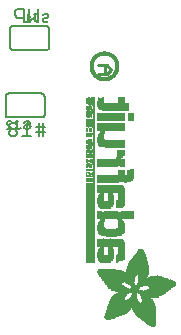
<source format=gbr>
G04 EAGLE Gerber RS-274X export*
G75*
%MOMM*%
%FSLAX34Y34*%
%LPD*%
%INSilkscreen Bottom*%
%IPPOS*%
%AMOC8*
5,1,8,0,0,1.08239X$1,22.5*%
G01*
%ADD10C,0.152400*%
%ADD11C,0.203200*%
%ADD12R,0.016800X6.839700*%
%ADD13R,0.016800X0.268300*%
%ADD14R,0.016800X0.268200*%
%ADD15R,0.016800X0.251500*%
%ADD16R,0.016800X0.301800*%
%ADD17R,0.016800X0.251400*%
%ADD18R,0.016800X0.285000*%
%ADD19R,0.016800X0.301700*%
%ADD20R,0.016800X0.419100*%
%ADD21R,0.016800X0.318500*%
%ADD22R,0.016800X0.586700*%
%ADD23R,0.016800X0.586800*%
%ADD24R,0.016700X6.839700*%
%ADD25R,0.016700X0.268300*%
%ADD26R,0.016700X0.251400*%
%ADD27R,0.016700X0.251500*%
%ADD28R,0.016700X0.301800*%
%ADD29R,0.016700X0.285000*%
%ADD30R,0.016700X0.301700*%
%ADD31R,0.016700X0.419100*%
%ADD32R,0.016700X0.318500*%
%ADD33R,0.016700X0.586700*%
%ADD34R,0.016700X0.586800*%
%ADD35R,0.016800X0.318600*%
%ADD36R,0.016800X0.569900*%
%ADD37R,0.016800X0.335300*%
%ADD38R,0.016800X0.234700*%
%ADD39R,0.016700X0.234700*%
%ADD40R,0.016700X0.016700*%
%ADD41R,0.016700X0.318600*%
%ADD42R,0.016700X0.569900*%
%ADD43R,0.016700X0.335300*%
%ADD44R,0.016800X0.217900*%
%ADD45R,0.016800X0.033500*%
%ADD46R,0.016800X0.570000*%
%ADD47R,0.016700X0.201100*%
%ADD48R,0.016700X0.050300*%
%ADD49R,0.016700X0.670500*%
%ADD50R,0.016700X1.005800*%
%ADD51R,0.016700X0.570000*%
%ADD52R,0.016800X0.201100*%
%ADD53R,0.016800X0.067000*%
%ADD54R,0.016800X0.670500*%
%ADD55R,0.016800X1.005800*%
%ADD56R,0.016800X0.184400*%
%ADD57R,0.016800X0.989000*%
%ADD58R,0.016700X0.184400*%
%ADD59R,0.016700X0.067000*%
%ADD60R,0.016700X0.989000*%
%ADD61R,0.016800X0.167600*%
%ADD62R,0.016800X0.083800*%
%ADD63R,0.016800X0.637000*%
%ADD64R,0.016800X0.955500*%
%ADD65R,0.016800X0.150800*%
%ADD66R,0.016800X0.100600*%
%ADD67R,0.016800X0.536400*%
%ADD68R,0.016800X0.854900*%
%ADD69R,0.016700X0.150800*%
%ADD70R,0.016700X0.100600*%
%ADD71R,0.016700X0.352000*%
%ADD72R,0.016700X0.435900*%
%ADD73R,0.016700X0.402400*%
%ADD74R,0.016700X0.368800*%
%ADD75R,0.016800X0.134100*%
%ADD76R,0.016800X0.117300*%
%ADD77R,0.016800X0.435900*%
%ADD78R,0.016800X0.368900*%
%ADD79R,0.016800X0.603500*%
%ADD80R,0.016700X0.134100*%
%ADD81R,0.016700X0.117300*%
%ADD82R,0.016700X0.452600*%
%ADD83R,0.016700X0.620300*%
%ADD84R,0.016800X0.284900*%
%ADD85R,0.016800X0.486200*%
%ADD86R,0.016800X0.653800*%
%ADD87R,0.016800X0.804700*%
%ADD88R,0.016700X0.150900*%
%ADD89R,0.016700X0.268200*%
%ADD90R,0.016700X0.737600*%
%ADD91R,0.016700X0.603500*%
%ADD92R,0.016700X0.922000*%
%ADD93R,0.016800X0.150900*%
%ADD94R,0.016800X0.821400*%
%ADD95R,0.016800X0.972300*%
%ADD96R,0.016800X0.989100*%
%ADD97R,0.016700X0.083800*%
%ADD98R,0.016700X0.167600*%
%ADD99R,0.016700X0.821400*%
%ADD100R,0.016700X0.989100*%
%ADD101R,0.016700X0.201200*%
%ADD102R,0.016800X0.050300*%
%ADD103R,0.016800X0.201200*%
%ADD104R,0.016700X0.217900*%
%ADD105R,0.016700X0.284900*%
%ADD106R,0.016800X0.352100*%
%ADD107R,0.016800X0.620300*%
%ADD108R,0.016800X0.385600*%
%ADD109R,0.016800X0.335200*%
%ADD110R,0.016700X0.385600*%
%ADD111R,0.016700X0.687400*%
%ADD112R,0.016800X13.998000*%
%ADD113R,0.016700X13.998000*%
%ADD114R,0.016700X0.637000*%
%ADD115R,0.016700X0.486100*%
%ADD116R,0.016700X0.637100*%
%ADD117R,0.016700X0.519700*%
%ADD118R,0.016700X0.536500*%
%ADD119R,0.016800X0.787900*%
%ADD120R,0.016800X0.687400*%
%ADD121R,0.016800X0.771200*%
%ADD122R,0.016800X0.637100*%
%ADD123R,0.016800X0.720800*%
%ADD124R,0.016800X0.704100*%
%ADD125R,0.016800X0.754400*%
%ADD126R,0.016700X0.838200*%
%ADD127R,0.016700X0.871800*%
%ADD128R,0.016700X0.871700*%
%ADD129R,0.016800X0.402400*%
%ADD130R,0.016800X0.922100*%
%ADD131R,0.016800X0.938800*%
%ADD132R,0.016700X0.938800*%
%ADD133R,0.016700X1.022600*%
%ADD134R,0.016700X0.972400*%
%ADD135R,0.016700X0.972300*%
%ADD136R,0.016800X0.469400*%
%ADD137R,0.016800X1.072900*%
%ADD138R,0.016800X1.022600*%
%ADD139R,0.016800X1.005900*%
%ADD140R,0.016800X0.502900*%
%ADD141R,0.016800X1.123200*%
%ADD142R,0.016800X1.056200*%
%ADD143R,0.016800X1.123100*%
%ADD144R,0.016700X1.139900*%
%ADD145R,0.016700X1.089600*%
%ADD146R,0.016800X0.553200*%
%ADD147R,0.016800X1.190200*%
%ADD148R,0.016800X1.190300*%
%ADD149R,0.016800X1.039400*%
%ADD150R,0.016800X1.223700*%
%ADD151R,0.016800X1.173500*%
%ADD152R,0.016800X1.223800*%
%ADD153R,0.016700X1.240500*%
%ADD154R,0.016700X1.173500*%
%ADD155R,0.016700X1.240600*%
%ADD156R,0.016700X1.190300*%
%ADD157R,0.016700X1.056200*%
%ADD158R,0.016800X1.274100*%
%ADD159R,0.016800X1.274000*%
%ADD160R,0.016800X1.307600*%
%ADD161R,0.016800X1.257300*%
%ADD162R,0.016800X1.324400*%
%ADD163R,0.016700X0.687300*%
%ADD164R,0.016700X1.324400*%
%ADD165R,0.016700X1.307500*%
%ADD166R,0.016700X1.274100*%
%ADD167R,0.016700X1.072900*%
%ADD168R,0.016800X2.011600*%
%ADD169R,0.016800X1.324300*%
%ADD170R,0.016800X1.978100*%
%ADD171R,0.016700X2.011600*%
%ADD172R,0.016700X1.357900*%
%ADD173R,0.016700X1.994900*%
%ADD174R,0.016700X1.341200*%
%ADD175R,0.016700X1.089700*%
%ADD176R,0.016800X0.754300*%
%ADD177R,0.016800X1.994900*%
%ADD178R,0.016800X1.995000*%
%ADD179R,0.016800X1.089700*%
%ADD180R,0.016700X0.787900*%
%ADD181R,0.016700X1.995000*%
%ADD182R,0.016800X2.028400*%
%ADD183R,0.016800X2.011700*%
%ADD184R,0.016800X1.106500*%
%ADD185R,0.016700X2.028400*%
%ADD186R,0.016700X2.011700*%
%ADD187R,0.016700X1.106500*%
%ADD188R,0.016800X0.888400*%
%ADD189R,0.016800X0.922000*%
%ADD190R,0.016700X0.938700*%
%ADD191R,0.016800X2.045200*%
%ADD192R,0.016800X0.938700*%
%ADD193R,0.016700X0.670600*%
%ADD194R,0.016700X0.888500*%
%ADD195R,0.016700X2.045200*%
%ADD196R,0.016700X0.888400*%
%ADD197R,0.016800X0.804600*%
%ADD198R,0.016800X2.028500*%
%ADD199R,0.016700X1.056100*%
%ADD200R,0.016700X0.771100*%
%ADD201R,0.016700X0.754300*%
%ADD202R,0.016700X2.028500*%
%ADD203R,0.016700X0.737700*%
%ADD204R,0.016800X1.072800*%
%ADD205R,0.016800X0.871700*%
%ADD206R,0.016800X0.737600*%
%ADD207R,0.016800X0.871800*%
%ADD208R,0.016800X1.089600*%
%ADD209R,0.016800X0.704000*%
%ADD210R,0.016800X0.687300*%
%ADD211R,0.016800X0.670600*%
%ADD212R,0.016700X1.123100*%
%ADD213R,0.016700X0.720800*%
%ADD214R,0.016700X0.653700*%
%ADD215R,0.016700X0.653800*%
%ADD216R,0.016800X1.139900*%
%ADD217R,0.016800X1.173400*%
%ADD218R,0.016700X1.190200*%
%ADD219R,0.016800X1.207000*%
%ADD220R,0.016800X1.240500*%
%ADD221R,0.016700X0.469400*%
%ADD222R,0.016700X1.274000*%
%ADD223R,0.016800X0.519600*%
%ADD224R,0.016800X1.341100*%
%ADD225R,0.016700X0.771200*%
%ADD226R,0.016700X1.374600*%
%ADD227R,0.016800X0.838200*%
%ADD228R,0.016800X1.391400*%
%ADD229R,0.016800X1.424900*%
%ADD230R,0.016700X1.441700*%
%ADD231R,0.016800X1.475200*%
%ADD232R,0.016700X1.491900*%
%ADD233R,0.016800X1.525500*%
%ADD234R,0.016700X1.559000*%
%ADD235R,0.016800X1.575800*%
%ADD236R,0.016700X1.307600*%
%ADD237R,0.016700X1.592500*%
%ADD238R,0.016800X1.374700*%
%ADD239R,0.016800X1.609300*%
%ADD240R,0.016800X1.408200*%
%ADD241R,0.016800X1.626100*%
%ADD242R,0.016700X1.626100*%
%ADD243R,0.016800X1.508800*%
%ADD244R,0.016800X1.659600*%
%ADD245R,0.016800X1.559000*%
%ADD246R,0.016800X1.676400*%
%ADD247R,0.016700X1.575800*%
%ADD248R,0.016700X1.676400*%
%ADD249R,0.016700X1.978100*%
%ADD250R,0.016800X1.693100*%
%ADD251R,0.016800X1.642800*%
%ADD252R,0.016800X1.709900*%
%ADD253R,0.016800X1.961300*%
%ADD254R,0.016700X1.726600*%
%ADD255R,0.016700X1.961300*%
%ADD256R,0.016800X1.693200*%
%ADD257R,0.016800X1.726600*%
%ADD258R,0.016800X1.944600*%
%ADD259R,0.016700X1.726700*%
%ADD260R,0.016700X1.743400*%
%ADD261R,0.016700X1.944600*%
%ADD262R,0.016800X1.726700*%
%ADD263R,0.016800X1.760200*%
%ADD264R,0.016800X1.927800*%
%ADD265R,0.016800X1.911000*%
%ADD266R,0.016700X1.793700*%
%ADD267R,0.016700X1.776900*%
%ADD268R,0.016700X1.911100*%
%ADD269R,0.016700X1.894300*%
%ADD270R,0.016800X1.793800*%
%ADD271R,0.016800X1.776900*%
%ADD272R,0.016800X1.911100*%
%ADD273R,0.016800X1.894300*%
%ADD274R,0.016800X1.827300*%
%ADD275R,0.016800X1.810500*%
%ADD276R,0.016800X1.877500*%
%ADD277R,0.016700X1.844100*%
%ADD278R,0.016700X1.810500*%
%ADD279R,0.016700X1.860800*%
%ADD280R,0.016700X1.844000*%
%ADD281R,0.016800X1.860900*%
%ADD282R,0.016800X1.844000*%
%ADD283R,0.016800X1.827200*%
%ADD284R,0.016800X1.860800*%
%ADD285R,0.016800X1.793700*%
%ADD286R,0.016700X1.877600*%
%ADD287R,0.016700X1.827200*%
%ADD288R,0.016700X1.927800*%
%ADD289R,0.016800X1.927900*%
%ADD290R,0.016700X1.944700*%
%ADD291R,0.016700X1.877500*%
%ADD292R,0.016800X1.961400*%
%ADD293R,0.016700X1.961400*%
%ADD294R,0.016800X1.978200*%
%ADD295R,0.016700X1.911000*%
%ADD296R,0.016800X0.620200*%
%ADD297R,0.016800X1.425000*%
%ADD298R,0.016700X0.620200*%
%ADD299R,0.016700X1.425000*%
%ADD300R,0.016800X0.653700*%
%ADD301R,0.016700X0.704100*%
%ADD302R,0.016700X0.804700*%
%ADD303R,0.016800X0.905200*%
%ADD304R,0.016800X1.894400*%
%ADD305R,0.016700X1.927900*%
%ADD306R,0.016800X1.877600*%
%ADD307R,0.016800X3.889300*%
%ADD308R,0.016700X3.872500*%
%ADD309R,0.016800X3.872500*%
%ADD310R,0.016700X3.855700*%
%ADD311R,0.016700X0.754400*%
%ADD312R,0.016800X3.855700*%
%ADD313R,0.016800X3.839000*%
%ADD314R,0.016800X0.720900*%
%ADD315R,0.016700X3.822200*%
%ADD316R,0.016800X2.715700*%
%ADD317R,0.016800X2.632000*%
%ADD318R,0.016800X1.290800*%
%ADD319R,0.016700X2.615200*%
%ADD320R,0.016700X1.257300*%
%ADD321R,0.016800X2.581700*%
%ADD322R,0.016800X1.240600*%
%ADD323R,0.016800X2.564900*%
%ADD324R,0.016800X1.760300*%
%ADD325R,0.016700X2.531400*%
%ADD326R,0.016700X1.156700*%
%ADD327R,0.016800X2.514600*%
%ADD328R,0.016800X0.955600*%
%ADD329R,0.016800X2.497800*%
%ADD330R,0.016800X1.659700*%
%ADD331R,0.016700X2.464300*%
%ADD332R,0.016700X1.039300*%
%ADD333R,0.016800X2.447500*%
%ADD334R,0.016800X1.592500*%
%ADD335R,0.016800X0.536500*%
%ADD336R,0.016700X2.430800*%
%ADD337R,0.016700X1.559100*%
%ADD338R,0.016700X1.542300*%
%ADD339R,0.016700X0.502900*%
%ADD340R,0.016800X2.414000*%
%ADD341R,0.016800X0.905300*%
%ADD342R,0.016800X1.508700*%
%ADD343R,0.016800X0.888500*%
%ADD344R,0.016800X2.397300*%
%ADD345R,0.016800X1.441700*%
%ADD346R,0.016800X0.452700*%
%ADD347R,0.016700X1.290900*%
%ADD348R,0.016800X1.156700*%
%ADD349R,0.016800X0.855000*%
%ADD350R,0.016700X1.123200*%
%ADD351R,0.016700X0.720900*%
%ADD352R,0.016800X1.106400*%
%ADD353R,0.016700X1.106400*%
%ADD354R,0.016800X0.771100*%
%ADD355R,0.016700X0.435800*%
%ADD356R,0.016700X1.592600*%
%ADD357R,0.016800X0.435800*%
%ADD358R,0.016800X1.642900*%
%ADD359R,0.016800X0.402300*%
%ADD360R,0.016700X1.793800*%
%ADD361R,0.016800X0.368800*%
%ADD362R,0.016800X1.056100*%
%ADD363R,0.016700X1.039400*%
%ADD364R,0.016800X2.078800*%
%ADD365R,0.016700X0.335200*%
%ADD366R,0.016700X2.145800*%
%ADD367R,0.016800X2.162600*%
%ADD368R,0.016800X0.352000*%
%ADD369R,0.016800X2.212800*%
%ADD370R,0.016700X2.279900*%
%ADD371R,0.016800X2.330200*%
%ADD372R,0.016800X2.799500*%
%ADD373R,0.016700X2.816300*%
%ADD374R,0.016700X0.955500*%
%ADD375R,0.016800X2.849900*%
%ADD376R,0.016800X2.916900*%
%ADD377R,0.016700X4.224500*%
%ADD378R,0.016800X4.291600*%
%ADD379R,0.016800X4.409000*%
%ADD380R,0.016700X4.509500*%
%ADD381R,0.016800X4.526300*%
%ADD382R,0.016700X4.626800*%
%ADD383R,0.016800X4.693900*%
%ADD384R,0.016800X4.727400*%
%ADD385R,0.016700X2.548200*%
%ADD386R,0.016700X2.179300*%
%ADD387R,0.016800X2.430800*%
%ADD388R,0.016700X2.414000*%
%ADD389R,0.016800X2.414100*%
%ADD390R,0.016700X2.430700*%
%ADD391R,0.016700X2.447600*%
%ADD392R,0.016800X1.559100*%
%ADD393R,0.016700X1.525500*%
%ADD394R,0.016800X1.492000*%
%ADD395R,0.016800X1.491900*%
%ADD396R,0.016700X1.458500*%
%ADD397R,0.016800X2.061900*%
%ADD398R,0.016700X1.408100*%
%ADD399R,0.016700X0.905200*%
%ADD400R,0.016700X2.112300*%
%ADD401R,0.016800X2.179300*%
%ADD402R,0.016700X1.408200*%
%ADD403R,0.016700X2.212900*%
%ADD404R,0.016800X1.140000*%
%ADD405R,0.016800X3.319300*%
%ADD406R,0.016700X1.374700*%
%ADD407R,0.016700X0.402300*%
%ADD408R,0.016700X3.302500*%
%ADD409R,0.016800X3.285700*%
%ADD410R,0.016800X1.357900*%
%ADD411R,0.016800X3.269000*%
%ADD412R,0.016700X3.285800*%
%ADD413R,0.016800X3.268900*%
%ADD414R,0.016700X0.452700*%
%ADD415R,0.016700X3.268900*%
%ADD416R,0.016700X1.391400*%
%ADD417R,0.016700X3.269000*%
%ADD418R,0.016800X1.374600*%
%ADD419R,0.016800X0.519700*%
%ADD420R,0.016800X3.252200*%
%ADD421R,0.016800X3.235400*%
%ADD422R,0.016700X3.235400*%
%ADD423R,0.016800X3.218600*%
%ADD424R,0.016800X3.201900*%
%ADD425R,0.016700X3.201900*%
%ADD426R,0.016800X1.458500*%
%ADD427R,0.016800X1.525600*%
%ADD428R,0.016800X3.185100*%
%ADD429R,0.016700X2.531300*%
%ADD430R,0.016700X3.168400*%
%ADD431R,0.016800X2.531300*%
%ADD432R,0.016800X3.151600*%
%ADD433R,0.016800X2.548100*%
%ADD434R,0.016800X3.134900*%
%ADD435R,0.016700X2.564900*%
%ADD436R,0.016700X3.118100*%
%ADD437R,0.016800X2.581600*%
%ADD438R,0.016800X3.101400*%
%ADD439R,0.016700X2.598400*%
%ADD440R,0.016700X3.067900*%
%ADD441R,0.016800X2.598400*%
%ADD442R,0.016800X3.034300*%
%ADD443R,0.016800X2.615100*%
%ADD444R,0.016800X3.000800*%
%ADD445R,0.016700X2.631900*%
%ADD446R,0.016700X2.950500*%
%ADD447R,0.016800X2.648700*%
%ADD448R,0.016800X2.900200*%
%ADD449R,0.016800X2.665500*%
%ADD450R,0.016700X2.682200*%
%ADD451R,0.016700X2.799600*%
%ADD452R,0.016800X2.699000*%
%ADD453R,0.016800X2.732500*%
%ADD454R,0.016700X2.749300*%
%ADD455R,0.016700X2.632000*%
%ADD456R,0.016800X2.749300*%
%ADD457R,0.016700X2.766100*%
%ADD458R,0.016800X2.766100*%
%ADD459R,0.016800X2.481100*%
%ADD460R,0.016800X2.782900*%
%ADD461R,0.016700X2.380500*%
%ADD462R,0.016800X2.833100*%
%ADD463R,0.016800X1.592600*%
%ADD464R,0.016700X2.849900*%
%ADD465R,0.016800X2.883400*%
%ADD466R,0.016700X2.917000*%
%ADD467R,0.016800X2.933700*%
%ADD468R,0.016800X2.967200*%
%ADD469R,0.016700X2.967200*%
%ADD470R,0.016700X3.017500*%
%ADD471R,0.016800X3.051000*%
%ADD472R,0.016800X0.788000*%
%ADD473R,0.016800X3.084600*%
%ADD474R,0.016700X2.397300*%
%ADD475R,0.016800X2.397200*%
%ADD476R,0.016700X1.760200*%
%ADD477R,0.016700X2.397200*%
%ADD478R,0.016700X1.827300*%
%ADD479R,0.016800X2.380500*%
%ADD480R,0.016800X2.363700*%
%ADD481R,0.016700X2.363700*%
%ADD482R,0.016800X2.346900*%
%ADD483R,0.016700X2.296600*%
%ADD484R,0.016800X2.279900*%
%ADD485R,0.016800X2.246300*%
%ADD486R,0.016700X2.229600*%
%ADD487R,0.016800X2.129100*%
%ADD488R,0.016800X2.112300*%
%ADD489R,0.016700X1.609300*%
%ADD490R,0.016800X1.743400*%
%ADD491R,0.016700X1.693100*%
%ADD492R,0.016700X1.659700*%
%ADD493R,0.016800X1.575900*%
%ADD494R,0.016700X1.575900*%
%ADD495R,0.016700X1.475200*%
%ADD496R,0.016700X1.324300*%
%ADD497R,0.016700X1.290800*%
%ADD498R,0.016700X1.207000*%
%ADD499R,0.016700X0.854900*%
%ADD500R,0.016700X0.821500*%
%ADD501R,0.016800X0.821500*%
%ADD502R,0.016800X0.218000*%
%ADD503C,0.304800*%
%ADD504C,0.279400*%


D10*
X48174Y334772D02*
X48174Y345958D01*
X44445Y345958D02*
X44445Y334772D01*
X44445Y342229D02*
X50038Y342229D01*
X44445Y342229D02*
X42581Y342229D01*
X42581Y338501D02*
X50038Y338501D01*
X38344Y342229D02*
X34616Y345958D01*
X34616Y334772D01*
X38344Y334772D02*
X30887Y334772D01*
X26650Y344093D02*
X24786Y345958D01*
X21057Y345958D01*
X19193Y344093D01*
X19193Y342229D01*
X21057Y340365D01*
X19193Y338501D01*
X19193Y336636D01*
X21057Y334772D01*
X24786Y334772D01*
X26650Y336636D01*
X26650Y338501D01*
X24786Y340365D01*
X26650Y342229D01*
X26650Y344093D01*
X24786Y340365D02*
X21057Y340365D01*
X43688Y431292D02*
X43688Y442478D01*
X39960Y435021D02*
X43688Y431292D01*
X39960Y435021D02*
X36231Y431292D01*
X36231Y442478D01*
X31994Y442478D02*
X31994Y431292D01*
X31994Y442478D02*
X26401Y442478D01*
X24537Y440613D01*
X24537Y436885D01*
X26401Y435021D01*
X31994Y435021D01*
D11*
X22860Y407670D02*
X50800Y407670D01*
X22860Y427990D02*
X22760Y427988D01*
X22661Y427982D01*
X22561Y427972D01*
X22463Y427959D01*
X22364Y427941D01*
X22267Y427920D01*
X22171Y427895D01*
X22075Y427866D01*
X21981Y427833D01*
X21888Y427797D01*
X21797Y427757D01*
X21707Y427713D01*
X21619Y427666D01*
X21533Y427616D01*
X21449Y427562D01*
X21367Y427505D01*
X21288Y427445D01*
X21210Y427381D01*
X21136Y427315D01*
X21064Y427246D01*
X20995Y427174D01*
X20929Y427100D01*
X20865Y427022D01*
X20805Y426943D01*
X20748Y426861D01*
X20694Y426777D01*
X20644Y426691D01*
X20597Y426603D01*
X20553Y426513D01*
X20513Y426422D01*
X20477Y426329D01*
X20444Y426235D01*
X20415Y426139D01*
X20390Y426043D01*
X20369Y425946D01*
X20351Y425847D01*
X20338Y425749D01*
X20328Y425649D01*
X20322Y425550D01*
X20320Y425450D01*
X50800Y427990D02*
X50900Y427988D01*
X50999Y427982D01*
X51099Y427972D01*
X51197Y427959D01*
X51296Y427941D01*
X51393Y427920D01*
X51489Y427895D01*
X51585Y427866D01*
X51679Y427833D01*
X51772Y427797D01*
X51863Y427757D01*
X51953Y427713D01*
X52041Y427666D01*
X52127Y427616D01*
X52211Y427562D01*
X52293Y427505D01*
X52372Y427445D01*
X52450Y427381D01*
X52524Y427315D01*
X52596Y427246D01*
X52665Y427174D01*
X52731Y427100D01*
X52795Y427022D01*
X52855Y426943D01*
X52912Y426861D01*
X52966Y426777D01*
X53016Y426691D01*
X53063Y426603D01*
X53107Y426513D01*
X53147Y426422D01*
X53183Y426329D01*
X53216Y426235D01*
X53245Y426139D01*
X53270Y426043D01*
X53291Y425946D01*
X53309Y425847D01*
X53322Y425749D01*
X53332Y425649D01*
X53338Y425550D01*
X53340Y425450D01*
X53340Y410210D02*
X53338Y410110D01*
X53332Y410011D01*
X53322Y409911D01*
X53309Y409813D01*
X53291Y409714D01*
X53270Y409617D01*
X53245Y409521D01*
X53216Y409425D01*
X53183Y409331D01*
X53147Y409238D01*
X53107Y409147D01*
X53063Y409057D01*
X53016Y408969D01*
X52966Y408883D01*
X52912Y408799D01*
X52855Y408717D01*
X52795Y408638D01*
X52731Y408560D01*
X52665Y408486D01*
X52596Y408414D01*
X52524Y408345D01*
X52450Y408279D01*
X52372Y408215D01*
X52293Y408155D01*
X52211Y408098D01*
X52127Y408044D01*
X52041Y407994D01*
X51953Y407947D01*
X51863Y407903D01*
X51772Y407863D01*
X51679Y407827D01*
X51585Y407794D01*
X51489Y407765D01*
X51393Y407740D01*
X51296Y407719D01*
X51197Y407701D01*
X51099Y407688D01*
X50999Y407678D01*
X50900Y407672D01*
X50800Y407670D01*
X22860Y407670D02*
X22760Y407672D01*
X22661Y407678D01*
X22561Y407688D01*
X22463Y407701D01*
X22364Y407719D01*
X22267Y407740D01*
X22171Y407765D01*
X22075Y407794D01*
X21981Y407827D01*
X21888Y407863D01*
X21797Y407903D01*
X21707Y407947D01*
X21619Y407994D01*
X21533Y408044D01*
X21449Y408098D01*
X21367Y408155D01*
X21288Y408215D01*
X21210Y408279D01*
X21136Y408345D01*
X21064Y408414D01*
X20995Y408486D01*
X20929Y408560D01*
X20865Y408638D01*
X20805Y408717D01*
X20748Y408799D01*
X20694Y408883D01*
X20644Y408969D01*
X20597Y409057D01*
X20553Y409147D01*
X20513Y409238D01*
X20477Y409331D01*
X20444Y409425D01*
X20415Y409521D01*
X20390Y409617D01*
X20369Y409714D01*
X20351Y409813D01*
X20338Y409911D01*
X20328Y410011D01*
X20322Y410110D01*
X20320Y410210D01*
X20320Y425450D01*
X53340Y425450D02*
X53340Y410210D01*
X50800Y427990D02*
X22860Y427990D01*
D10*
X48172Y436800D02*
X49273Y437902D01*
X51476Y437902D01*
X52578Y436800D01*
X52578Y435698D01*
X51476Y434597D01*
X49273Y434597D01*
X48172Y433495D01*
X48172Y432394D01*
X49273Y431292D01*
X51476Y431292D01*
X52578Y432394D01*
X45094Y432394D02*
X43992Y431292D01*
X42891Y431292D01*
X41789Y432394D01*
X41789Y437902D01*
X42891Y437902D02*
X40687Y437902D01*
X37610Y435698D02*
X35407Y437902D01*
X35407Y431292D01*
X37610Y431292D02*
X33203Y431292D01*
D12*
X85090Y261389D03*
D13*
X85090Y297935D03*
D14*
X85090Y301455D03*
D15*
X85090Y305898D03*
D13*
X85090Y309502D03*
D16*
X85090Y313525D03*
D17*
X85090Y317632D03*
D18*
X85090Y321488D03*
D19*
X85090Y325428D03*
D20*
X85090Y330038D03*
X85090Y335235D03*
D21*
X85090Y339929D03*
D18*
X85090Y343952D03*
X85090Y347807D03*
D22*
X85090Y353340D03*
D19*
X85090Y358788D03*
D23*
X85090Y364236D03*
D24*
X85258Y261389D03*
D25*
X85258Y297935D03*
D26*
X85258Y301371D03*
D27*
X85258Y305898D03*
D28*
X85258Y309669D03*
D29*
X85258Y313609D03*
D30*
X85258Y317549D03*
D29*
X85258Y321488D03*
D30*
X85258Y325428D03*
D31*
X85258Y330038D03*
X85258Y335235D03*
D32*
X85258Y339929D03*
D29*
X85258Y343952D03*
X85258Y347807D03*
D33*
X85258Y353340D03*
D32*
X85258Y358704D03*
D34*
X85258Y364236D03*
D12*
X85425Y261389D03*
D13*
X85425Y297935D03*
D17*
X85425Y301371D03*
D15*
X85425Y305898D03*
D35*
X85425Y309753D03*
D13*
X85425Y313693D03*
D21*
X85425Y317633D03*
D18*
X85425Y321488D03*
D21*
X85425Y325344D03*
D20*
X85425Y330038D03*
X85425Y335235D03*
D21*
X85425Y339929D03*
D18*
X85425Y343952D03*
X85425Y347807D03*
D36*
X85425Y353256D03*
D37*
X85425Y358788D03*
D23*
X85425Y364236D03*
D12*
X85593Y261389D03*
D13*
X85593Y297935D03*
D38*
X85593Y301288D03*
D15*
X85593Y305898D03*
D35*
X85593Y309753D03*
D13*
X85593Y313693D03*
D21*
X85593Y317633D03*
D17*
X85593Y321488D03*
D21*
X85593Y325344D03*
D20*
X85593Y330038D03*
X85593Y335235D03*
D21*
X85593Y339929D03*
D18*
X85593Y343952D03*
X85593Y347807D03*
D36*
X85593Y353256D03*
D37*
X85593Y358788D03*
D23*
X85593Y364236D03*
D24*
X85761Y261389D03*
D25*
X85761Y297935D03*
D39*
X85761Y301288D03*
D40*
X85761Y303551D03*
D27*
X85761Y305898D03*
D41*
X85761Y309753D03*
D25*
X85761Y313693D03*
D32*
X85761Y317633D03*
D26*
X85761Y321488D03*
D32*
X85761Y325344D03*
D31*
X85761Y330038D03*
X85761Y335235D03*
D32*
X85761Y339929D03*
D29*
X85761Y343952D03*
X85761Y347807D03*
D42*
X85761Y353256D03*
D43*
X85761Y358788D03*
D34*
X85761Y364236D03*
D12*
X85928Y261389D03*
D13*
X85928Y297935D03*
D44*
X85928Y301204D03*
D45*
X85928Y303467D03*
D15*
X85928Y305898D03*
D35*
X85928Y309753D03*
D13*
X85928Y313693D03*
D21*
X85928Y317633D03*
D17*
X85928Y321488D03*
D21*
X85928Y325344D03*
D20*
X85928Y330038D03*
X85928Y335235D03*
D19*
X85928Y339845D03*
D18*
X85928Y343952D03*
X85928Y347807D03*
D36*
X85928Y353256D03*
D37*
X85928Y358788D03*
D46*
X85928Y364320D03*
D12*
X86096Y261389D03*
D13*
X86096Y297935D03*
D44*
X86096Y301204D03*
D45*
X86096Y303467D03*
D15*
X86096Y305898D03*
D35*
X86096Y309753D03*
D13*
X86096Y313693D03*
D21*
X86096Y317633D03*
D17*
X86096Y321488D03*
D21*
X86096Y325344D03*
D20*
X86096Y330038D03*
X86096Y335235D03*
D19*
X86096Y339845D03*
D18*
X86096Y343952D03*
X86096Y347807D03*
D36*
X86096Y353256D03*
D37*
X86096Y358788D03*
D46*
X86096Y364320D03*
D24*
X86264Y261389D03*
D25*
X86264Y297935D03*
D47*
X86264Y301120D03*
D48*
X86264Y303383D03*
D27*
X86264Y305898D03*
D41*
X86264Y309753D03*
D25*
X86264Y313693D03*
D32*
X86264Y317633D03*
D49*
X86264Y323584D03*
D31*
X86264Y330038D03*
X86264Y335235D03*
D30*
X86264Y339845D03*
D28*
X86264Y343868D03*
D29*
X86264Y347807D03*
D50*
X86264Y355435D03*
D51*
X86264Y364320D03*
D12*
X86431Y261389D03*
D13*
X86431Y297935D03*
D52*
X86431Y301120D03*
D53*
X86431Y303299D03*
D15*
X86431Y305898D03*
D35*
X86431Y309753D03*
D15*
X86431Y313777D03*
D21*
X86431Y317633D03*
D54*
X86431Y323584D03*
D20*
X86431Y330038D03*
X86431Y335235D03*
D19*
X86431Y339845D03*
D16*
X86431Y343868D03*
D18*
X86431Y347807D03*
D55*
X86431Y355435D03*
D23*
X86431Y364236D03*
D12*
X86599Y261389D03*
D13*
X86599Y297935D03*
D56*
X86599Y301036D03*
D53*
X86599Y303299D03*
D15*
X86599Y305898D03*
D37*
X86599Y309837D03*
D15*
X86599Y313777D03*
D21*
X86599Y317633D03*
D54*
X86599Y323584D03*
D20*
X86599Y330038D03*
X86599Y335235D03*
D19*
X86599Y339845D03*
D16*
X86599Y343868D03*
D18*
X86599Y347807D03*
D57*
X86599Y355351D03*
D23*
X86599Y364236D03*
D24*
X86767Y261389D03*
D25*
X86767Y297935D03*
D58*
X86767Y301036D03*
D59*
X86767Y303299D03*
D27*
X86767Y305898D03*
D43*
X86767Y309837D03*
D27*
X86767Y313777D03*
D32*
X86767Y317633D03*
D49*
X86767Y323584D03*
D31*
X86767Y330038D03*
X86767Y335235D03*
D29*
X86767Y339761D03*
D41*
X86767Y343784D03*
D29*
X86767Y347807D03*
D60*
X86767Y355351D03*
D34*
X86767Y364236D03*
D12*
X86934Y261389D03*
D13*
X86934Y297935D03*
D61*
X86934Y300952D03*
D62*
X86934Y303215D03*
D15*
X86934Y305898D03*
D37*
X86934Y309837D03*
D15*
X86934Y313777D03*
D21*
X86934Y317633D03*
D63*
X86934Y323416D03*
D20*
X86934Y330038D03*
X86934Y335235D03*
D35*
X86934Y343784D03*
D18*
X86934Y347807D03*
D64*
X86934Y355184D03*
D23*
X86934Y364236D03*
D12*
X87102Y261389D03*
D13*
X87102Y297935D03*
D65*
X87102Y300868D03*
D66*
X87102Y303131D03*
D15*
X87102Y305898D03*
D37*
X87102Y309837D03*
D15*
X87102Y313777D03*
D21*
X87102Y317633D03*
D67*
X87102Y322913D03*
D20*
X87102Y330038D03*
X87102Y335235D03*
D37*
X87102Y343701D03*
D18*
X87102Y347807D03*
D68*
X87102Y354681D03*
D23*
X87102Y364236D03*
D24*
X87270Y261389D03*
D25*
X87270Y297935D03*
D69*
X87270Y300868D03*
D70*
X87270Y303131D03*
D27*
X87270Y305898D03*
D43*
X87270Y309837D03*
D27*
X87270Y313777D03*
D32*
X87270Y317633D03*
D71*
X87270Y321991D03*
D72*
X87270Y329954D03*
D31*
X87270Y335235D03*
D73*
X87270Y343365D03*
D29*
X87270Y347807D03*
D74*
X87270Y355267D03*
D34*
X87270Y364236D03*
D12*
X87437Y261389D03*
D13*
X87437Y297935D03*
D75*
X87437Y300785D03*
D76*
X87437Y303048D03*
D15*
X87437Y305898D03*
D37*
X87437Y309837D03*
D15*
X87437Y313777D03*
D21*
X87437Y317633D03*
D19*
X87437Y321740D03*
D77*
X87437Y329954D03*
D20*
X87437Y335235D03*
D78*
X87437Y343533D03*
D18*
X87437Y347807D03*
D21*
X87437Y355016D03*
D79*
X87437Y364153D03*
D24*
X87605Y261389D03*
D25*
X87605Y297935D03*
D80*
X87605Y300785D03*
D81*
X87605Y303048D03*
D27*
X87605Y305898D03*
D43*
X87605Y309837D03*
D27*
X87605Y313777D03*
D32*
X87605Y317633D03*
D30*
X87605Y321740D03*
D82*
X87605Y329870D03*
D31*
X87605Y335235D03*
D43*
X87605Y343701D03*
D29*
X87605Y347807D03*
D32*
X87605Y355016D03*
D83*
X87605Y364069D03*
D12*
X87772Y261389D03*
D13*
X87772Y297935D03*
D76*
X87772Y300701D03*
X87772Y303048D03*
D15*
X87772Y305898D03*
D37*
X87772Y309837D03*
D15*
X87772Y313777D03*
D21*
X87772Y317633D03*
D84*
X87772Y321656D03*
D85*
X87772Y329702D03*
D20*
X87772Y335235D03*
D14*
X87772Y339677D03*
D35*
X87772Y343784D03*
D18*
X87772Y347807D03*
D16*
X87772Y354932D03*
D86*
X87772Y363901D03*
D12*
X87940Y261389D03*
D13*
X87940Y297935D03*
D76*
X87940Y300701D03*
D75*
X87940Y302964D03*
D15*
X87940Y305898D03*
D37*
X87940Y309837D03*
D15*
X87940Y313777D03*
D21*
X87940Y317633D03*
D14*
X87940Y321572D03*
D63*
X87940Y328948D03*
D20*
X87940Y335235D03*
D19*
X87940Y339845D03*
D16*
X87940Y343868D03*
D18*
X87940Y347807D03*
D16*
X87940Y354932D03*
D87*
X87940Y363147D03*
D24*
X88108Y261389D03*
D25*
X88108Y297935D03*
D70*
X88108Y300617D03*
D88*
X88108Y302880D03*
D27*
X88108Y305898D03*
D43*
X88108Y309837D03*
D27*
X88108Y313777D03*
D32*
X88108Y317633D03*
D89*
X88108Y321572D03*
D90*
X88108Y328445D03*
D31*
X88108Y335235D03*
D30*
X88108Y339845D03*
D28*
X88108Y343868D03*
D29*
X88108Y347807D03*
D91*
X88108Y353424D03*
D92*
X88108Y362560D03*
D12*
X88275Y261389D03*
D13*
X88275Y297935D03*
D66*
X88275Y300617D03*
D93*
X88275Y302880D03*
D15*
X88275Y305898D03*
D37*
X88275Y309837D03*
D15*
X88275Y313777D03*
D21*
X88275Y317633D03*
D14*
X88275Y321572D03*
D94*
X88275Y328026D03*
D20*
X88275Y335235D03*
D21*
X88275Y339929D03*
D18*
X88275Y343952D03*
X88275Y347807D03*
D22*
X88275Y353340D03*
D95*
X88275Y362309D03*
D12*
X88443Y261389D03*
D13*
X88443Y297935D03*
D62*
X88443Y300533D03*
D61*
X88443Y302796D03*
D15*
X88443Y305898D03*
D35*
X88443Y309753D03*
D15*
X88443Y313777D03*
D21*
X88443Y317633D03*
D14*
X88443Y321572D03*
D94*
X88443Y328026D03*
D20*
X88443Y335235D03*
D21*
X88443Y339929D03*
D18*
X88443Y343952D03*
X88443Y347807D03*
D22*
X88443Y353340D03*
D96*
X88443Y362225D03*
D24*
X88611Y261389D03*
D25*
X88611Y297935D03*
D97*
X88611Y300533D03*
D98*
X88611Y302796D03*
D27*
X88611Y305898D03*
D41*
X88611Y309753D03*
D27*
X88611Y313777D03*
D32*
X88611Y317633D03*
D89*
X88611Y321572D03*
D99*
X88611Y328026D03*
D31*
X88611Y335235D03*
D32*
X88611Y339929D03*
D29*
X88611Y343952D03*
X88611Y347807D03*
D33*
X88611Y353340D03*
D100*
X88611Y362225D03*
D12*
X88778Y261389D03*
D13*
X88778Y297935D03*
D53*
X88778Y300449D03*
D56*
X88778Y302712D03*
D15*
X88778Y305898D03*
D35*
X88778Y309753D03*
D13*
X88778Y313693D03*
D21*
X88778Y317633D03*
D14*
X88778Y321572D03*
D94*
X88778Y328026D03*
D20*
X88778Y335235D03*
D21*
X88778Y339929D03*
D18*
X88778Y343952D03*
X88778Y347807D03*
D22*
X88778Y353340D03*
D96*
X88778Y362225D03*
D12*
X88946Y261389D03*
D13*
X88946Y297935D03*
D53*
X88946Y300449D03*
D56*
X88946Y302712D03*
D15*
X88946Y305898D03*
D35*
X88946Y309753D03*
D13*
X88946Y313693D03*
D21*
X88946Y317633D03*
D14*
X88946Y321572D03*
D94*
X88946Y328026D03*
D20*
X88946Y335235D03*
D21*
X88946Y339929D03*
D18*
X88946Y343952D03*
X88946Y347807D03*
D22*
X88946Y353340D03*
D96*
X88946Y362225D03*
D24*
X89114Y261389D03*
D25*
X89114Y297935D03*
D48*
X89114Y300366D03*
D101*
X89114Y302628D03*
D27*
X89114Y305898D03*
D41*
X89114Y309753D03*
D25*
X89114Y313693D03*
D32*
X89114Y317633D03*
D89*
X89114Y321572D03*
D30*
X89114Y325428D03*
D72*
X89114Y329954D03*
D31*
X89114Y335235D03*
D32*
X89114Y339929D03*
D29*
X89114Y343952D03*
X89114Y347807D03*
D33*
X89114Y353340D03*
D30*
X89114Y358788D03*
D34*
X89114Y364236D03*
D12*
X89281Y261389D03*
D13*
X89281Y297935D03*
D102*
X89281Y300366D03*
D103*
X89281Y302628D03*
D15*
X89281Y305898D03*
D35*
X89281Y309753D03*
D13*
X89281Y313693D03*
D21*
X89281Y317633D03*
D14*
X89281Y321572D03*
D84*
X89281Y325344D03*
D77*
X89281Y329954D03*
D20*
X89281Y335235D03*
D21*
X89281Y339929D03*
D18*
X89281Y343952D03*
X89281Y347807D03*
D22*
X89281Y353340D03*
D19*
X89281Y358788D03*
D23*
X89281Y364236D03*
D24*
X89449Y261389D03*
D25*
X89449Y297935D03*
D48*
X89449Y300366D03*
D104*
X89449Y302545D03*
D27*
X89449Y305898D03*
D41*
X89449Y309753D03*
D25*
X89449Y313693D03*
D32*
X89449Y317633D03*
D89*
X89449Y321572D03*
D105*
X89449Y325344D03*
D72*
X89449Y329954D03*
D31*
X89449Y335235D03*
D32*
X89449Y339929D03*
D29*
X89449Y343952D03*
X89449Y347807D03*
D33*
X89449Y353340D03*
D30*
X89449Y358788D03*
D34*
X89449Y364236D03*
D12*
X89616Y261389D03*
D13*
X89616Y297935D03*
D38*
X89616Y302461D03*
D15*
X89616Y305898D03*
D35*
X89616Y309753D03*
D13*
X89616Y313693D03*
D21*
X89616Y317633D03*
D14*
X89616Y321572D03*
D84*
X89616Y325344D03*
D77*
X89616Y329954D03*
D20*
X89616Y335235D03*
D21*
X89616Y339929D03*
D18*
X89616Y343952D03*
X89616Y347807D03*
D22*
X89616Y353340D03*
D19*
X89616Y358788D03*
D23*
X89616Y364236D03*
D12*
X89784Y261389D03*
D13*
X89784Y297935D03*
D38*
X89784Y302461D03*
D15*
X89784Y305898D03*
D16*
X89784Y309669D03*
D18*
X89784Y313609D03*
D21*
X89784Y317633D03*
D14*
X89784Y321572D03*
D84*
X89784Y325344D03*
D77*
X89784Y329954D03*
D20*
X89784Y335235D03*
D19*
X89784Y339845D03*
D18*
X89784Y343952D03*
X89784Y347807D03*
D22*
X89784Y353340D03*
D19*
X89784Y358788D03*
D23*
X89784Y364236D03*
D24*
X89952Y261389D03*
D25*
X89952Y297935D03*
D39*
X89952Y302461D03*
D27*
X89952Y305898D03*
D29*
X89952Y309585D03*
X89952Y313609D03*
D32*
X89952Y317633D03*
D89*
X89952Y321572D03*
D105*
X89952Y325344D03*
D72*
X89952Y329954D03*
D31*
X89952Y335235D03*
D30*
X89952Y339845D03*
D29*
X89952Y343952D03*
X89952Y347807D03*
D91*
X89952Y353424D03*
D30*
X89952Y358788D03*
D34*
X89952Y364236D03*
D12*
X90119Y261389D03*
D13*
X90119Y297935D03*
D17*
X90119Y302377D03*
D15*
X90119Y305898D03*
D16*
X90119Y313525D03*
D21*
X90119Y317633D03*
D14*
X90119Y321572D03*
D103*
X90119Y328780D03*
X90119Y336324D03*
D16*
X90119Y343868D03*
D18*
X90119Y347807D03*
D15*
X90119Y355184D03*
D79*
X90119Y364153D03*
D12*
X90287Y261389D03*
D13*
X90287Y297935D03*
D14*
X90287Y302293D03*
D15*
X90287Y305898D03*
D16*
X90287Y313525D03*
D21*
X90287Y317633D03*
D84*
X90287Y321656D03*
D103*
X90287Y328780D03*
X90287Y336324D03*
D35*
X90287Y343784D03*
D18*
X90287Y347807D03*
D15*
X90287Y355184D03*
D79*
X90287Y364153D03*
D24*
X90455Y261389D03*
D25*
X90455Y297935D03*
D89*
X90455Y302293D03*
D27*
X90455Y305898D03*
D32*
X90455Y313442D03*
X90455Y317633D03*
D105*
X90455Y321656D03*
D104*
X90455Y328697D03*
D101*
X90455Y336324D03*
D41*
X90455Y343784D03*
D29*
X90455Y347807D03*
D27*
X90455Y355184D03*
D83*
X90455Y364069D03*
D12*
X90622Y261389D03*
D13*
X90622Y297935D03*
D18*
X90622Y302209D03*
D15*
X90622Y305898D03*
D106*
X90622Y313274D03*
D21*
X90622Y317633D03*
D19*
X90622Y321740D03*
D38*
X90622Y328613D03*
D103*
X90622Y336324D03*
D37*
X90622Y343701D03*
D18*
X90622Y347807D03*
D14*
X90622Y355267D03*
D107*
X90622Y364069D03*
D12*
X90790Y261389D03*
D13*
X90790Y297935D03*
D18*
X90790Y302209D03*
D15*
X90790Y305898D03*
D108*
X90790Y313106D03*
D21*
X90790Y317633D03*
D109*
X90790Y321907D03*
D15*
X90790Y328529D03*
D103*
X90790Y336324D03*
D106*
X90790Y343617D03*
D18*
X90790Y347807D03*
D16*
X90790Y355435D03*
D86*
X90790Y363901D03*
D24*
X90958Y261389D03*
D25*
X90958Y297935D03*
D30*
X90958Y302126D03*
D27*
X90958Y305898D03*
D72*
X90958Y312855D03*
D32*
X90958Y317633D03*
D74*
X90958Y322075D03*
D29*
X90958Y328361D03*
D101*
X90958Y336324D03*
D110*
X90958Y343449D03*
D29*
X90958Y347807D03*
D43*
X90958Y355603D03*
D111*
X90958Y363733D03*
D112*
X91125Y297180D03*
X91293Y297180D03*
D113*
X91461Y297180D03*
D112*
X91628Y297180D03*
D113*
X91796Y297180D03*
D112*
X91963Y297180D03*
D102*
X94981Y219396D03*
D103*
X94981Y361302D03*
D101*
X95149Y219479D03*
D34*
X95149Y233812D03*
D114*
X95149Y244457D03*
D115*
X95149Y257282D03*
D83*
X95149Y267508D03*
D34*
X95149Y279578D03*
D114*
X95149Y290055D03*
D116*
X95149Y298773D03*
X95149Y311849D03*
D117*
X95149Y331714D03*
D116*
X95149Y342192D03*
D114*
X95149Y350741D03*
D118*
X95149Y361638D03*
D14*
X95316Y219479D03*
D119*
X95316Y233813D03*
D63*
X95316Y244457D03*
D120*
X95316Y257114D03*
D107*
X95316Y267508D03*
D121*
X95316Y279494D03*
D63*
X95316Y290055D03*
D122*
X95316Y298773D03*
X95316Y311849D03*
D123*
X95316Y331714D03*
D122*
X95316Y342192D03*
D63*
X95316Y350741D03*
D124*
X95316Y361973D03*
D16*
X95484Y219479D03*
D94*
X95484Y233812D03*
D63*
X95484Y244457D03*
D125*
X95484Y257114D03*
D107*
X95484Y267508D03*
D94*
X95484Y279578D03*
D63*
X95484Y290055D03*
D122*
X95484Y298773D03*
X95484Y311849D03*
D121*
X95484Y331630D03*
D122*
X95484Y342192D03*
D63*
X95484Y350741D03*
D121*
X95484Y361973D03*
D71*
X95652Y219395D03*
D92*
X95652Y233812D03*
D114*
X95652Y244457D03*
D126*
X95652Y257030D03*
D83*
X95652Y267508D03*
D92*
X95652Y279578D03*
D114*
X95652Y290055D03*
D116*
X95652Y298773D03*
X95652Y311849D03*
D127*
X95652Y331630D03*
D116*
X95652Y342192D03*
D114*
X95652Y350741D03*
D128*
X95652Y362141D03*
D129*
X95819Y219479D03*
D57*
X95819Y233812D03*
D63*
X95819Y244457D03*
D130*
X95819Y256947D03*
D107*
X95819Y267508D03*
D96*
X95819Y279578D03*
D63*
X95819Y290055D03*
D122*
X95819Y298773D03*
X95819Y311849D03*
D131*
X95819Y331630D03*
D122*
X95819Y342192D03*
D63*
X95819Y350741D03*
D95*
X95819Y362309D03*
D72*
X95987Y219312D03*
D50*
X95987Y233896D03*
D114*
X95987Y244457D03*
D132*
X95987Y257030D03*
D83*
X95987Y267508D03*
D133*
X95987Y279578D03*
D114*
X95987Y290055D03*
D116*
X95987Y298773D03*
X95987Y311849D03*
D134*
X95987Y331630D03*
D116*
X95987Y342192D03*
D114*
X95987Y350741D03*
D135*
X95987Y362309D03*
D136*
X96154Y219311D03*
D137*
X96154Y233896D03*
D63*
X96154Y244457D03*
D55*
X96154Y257030D03*
D107*
X96154Y267508D03*
D137*
X96154Y279662D03*
D63*
X96154Y290055D03*
D122*
X96154Y298773D03*
X96154Y311849D03*
D138*
X96154Y331714D03*
D122*
X96154Y342192D03*
D63*
X96154Y350741D03*
D139*
X96154Y362141D03*
D140*
X96322Y219144D03*
D141*
X96322Y233980D03*
D63*
X96322Y244457D03*
D142*
X96322Y257114D03*
D107*
X96322Y267508D03*
D143*
X96322Y279746D03*
D63*
X96322Y290055D03*
D122*
X96322Y298773D03*
X96322Y311849D03*
D142*
X96322Y331714D03*
D122*
X96322Y342192D03*
D63*
X96322Y350741D03*
D138*
X96322Y362057D03*
D118*
X96490Y219144D03*
D144*
X96490Y234064D03*
D114*
X96490Y244457D03*
D145*
X96490Y257114D03*
D83*
X96490Y267508D03*
D144*
X96490Y279662D03*
D114*
X96490Y290055D03*
D116*
X96490Y298773D03*
X96490Y311849D03*
D145*
X96490Y331714D03*
D116*
X96490Y342192D03*
D114*
X96490Y350741D03*
D133*
X96490Y362057D03*
D146*
X96657Y219060D03*
D147*
X96657Y233980D03*
D63*
X96657Y244457D03*
D141*
X96657Y257114D03*
D107*
X96657Y267508D03*
D148*
X96657Y279746D03*
D63*
X96657Y290055D03*
D122*
X96657Y298773D03*
X96657Y311849D03*
D141*
X96657Y331714D03*
D122*
X96657Y342192D03*
D63*
X96657Y350741D03*
D149*
X96657Y361973D03*
D79*
X96825Y218976D03*
D150*
X96825Y234148D03*
D63*
X96825Y244457D03*
D151*
X96825Y257198D03*
D107*
X96825Y267508D03*
D152*
X96825Y279913D03*
D63*
X96825Y290055D03*
D122*
X96825Y298773D03*
X96825Y311849D03*
D151*
X96825Y331798D03*
D122*
X96825Y342192D03*
D63*
X96825Y350741D03*
D142*
X96825Y361889D03*
D91*
X96993Y218976D03*
D153*
X96993Y234232D03*
D114*
X96993Y244457D03*
D154*
X96993Y257198D03*
D83*
X96993Y267508D03*
D155*
X96993Y279997D03*
D114*
X96993Y290055D03*
D116*
X96993Y298773D03*
X96993Y311849D03*
D156*
X96993Y331882D03*
D116*
X96993Y342192D03*
D114*
X96993Y350741D03*
D157*
X96993Y361889D03*
D63*
X97160Y218808D03*
D158*
X97160Y234232D03*
D63*
X97160Y244457D03*
D152*
X97160Y257282D03*
D107*
X97160Y267508D03*
D159*
X97160Y279997D03*
D63*
X97160Y290055D03*
D122*
X97160Y298773D03*
X97160Y311849D03*
D150*
X97160Y331882D03*
D122*
X97160Y342192D03*
D63*
X97160Y350741D03*
D137*
X97160Y361806D03*
D54*
X97328Y218641D03*
D160*
X97328Y234399D03*
D63*
X97328Y244457D03*
D161*
X97328Y257282D03*
D107*
X97328Y267508D03*
D162*
X97328Y280081D03*
D63*
X97328Y290055D03*
D122*
X97328Y298773D03*
X97328Y311849D03*
D161*
X97328Y332050D03*
D122*
X97328Y342192D03*
D63*
X97328Y350741D03*
D137*
X97328Y361806D03*
D163*
X97496Y218557D03*
D164*
X97496Y234315D03*
D114*
X97496Y244457D03*
D165*
X97496Y257366D03*
D83*
X97496Y267508D03*
D164*
X97496Y280081D03*
D114*
X97496Y290055D03*
D116*
X97496Y298773D03*
X97496Y311849D03*
D166*
X97496Y331966D03*
D116*
X97496Y342192D03*
D114*
X97496Y350741D03*
D167*
X97496Y361806D03*
D123*
X97663Y218389D03*
D168*
X97663Y237584D03*
D169*
X97663Y257450D03*
D107*
X97663Y267508D03*
D170*
X97663Y283350D03*
D122*
X97663Y298773D03*
X97663Y311849D03*
D160*
X97663Y332133D03*
D122*
X97663Y342192D03*
D63*
X97663Y350741D03*
D137*
X97663Y361806D03*
D90*
X97831Y218305D03*
D171*
X97831Y237584D03*
D172*
X97831Y257450D03*
D83*
X97831Y267508D03*
D173*
X97831Y283266D03*
D116*
X97831Y298773D03*
X97831Y311849D03*
D174*
X97831Y332133D03*
D116*
X97831Y342192D03*
D114*
X97831Y350741D03*
D175*
X97831Y361722D03*
D176*
X97998Y218222D03*
D168*
X97998Y237584D03*
D177*
X97998Y260635D03*
X97998Y283266D03*
D122*
X97998Y298773D03*
X97998Y311849D03*
D178*
X97998Y335402D03*
D63*
X97998Y350741D03*
D179*
X97998Y361722D03*
D119*
X98166Y218054D03*
D168*
X98166Y237584D03*
D177*
X98166Y260635D03*
X98166Y283266D03*
D122*
X98166Y298773D03*
X98166Y311849D03*
D178*
X98166Y335402D03*
D63*
X98166Y350741D03*
D179*
X98166Y361722D03*
D180*
X98334Y218054D03*
D171*
X98334Y237584D03*
D173*
X98334Y260635D03*
X98334Y283266D03*
D116*
X98334Y298773D03*
X98334Y311849D03*
D181*
X98334Y335402D03*
D114*
X98334Y350741D03*
D175*
X98334Y361722D03*
D94*
X98501Y217886D03*
D182*
X98501Y237500D03*
D183*
X98501Y260551D03*
D168*
X98501Y283182D03*
D122*
X98501Y298773D03*
X98501Y311849D03*
D183*
X98501Y335319D03*
D63*
X98501Y350741D03*
D179*
X98501Y361722D03*
D68*
X98669Y217719D03*
D182*
X98669Y237500D03*
X98669Y260467D03*
D168*
X98669Y283182D03*
D122*
X98669Y298773D03*
X98669Y311849D03*
D183*
X98669Y335319D03*
D63*
X98669Y350741D03*
D184*
X98669Y361638D03*
D128*
X98837Y217635D03*
D185*
X98837Y237500D03*
X98837Y260467D03*
D171*
X98837Y283182D03*
D116*
X98837Y298773D03*
X98837Y311849D03*
D186*
X98837Y335319D03*
D114*
X98837Y350741D03*
D187*
X98837Y361638D03*
D188*
X99004Y217551D03*
D182*
X99004Y237500D03*
X99004Y260467D03*
D168*
X99004Y283182D03*
D122*
X99004Y298773D03*
X99004Y311849D03*
D183*
X99004Y335319D03*
D63*
X99004Y350741D03*
D184*
X99004Y361638D03*
D189*
X99172Y217383D03*
D182*
X99172Y237500D03*
X99172Y260467D03*
X99172Y283098D03*
D122*
X99172Y298773D03*
X99172Y311849D03*
D183*
X99172Y335319D03*
D63*
X99172Y350741D03*
D184*
X99172Y361638D03*
D190*
X99340Y217300D03*
D185*
X99340Y237500D03*
X99340Y260467D03*
X99340Y283098D03*
D116*
X99340Y298773D03*
X99340Y311849D03*
D186*
X99340Y335319D03*
D114*
X99340Y350741D03*
D187*
X99340Y361638D03*
D64*
X99507Y217216D03*
D182*
X99507Y237500D03*
D191*
X99507Y260383D03*
D182*
X99507Y283098D03*
D122*
X99507Y298773D03*
X99507Y311849D03*
D183*
X99507Y335319D03*
D63*
X99507Y350741D03*
D184*
X99507Y361638D03*
D57*
X99675Y217048D03*
D124*
X99675Y230879D03*
D64*
X99675Y242865D03*
D191*
X99675Y260383D03*
D124*
X99675Y276477D03*
D192*
X99675Y288547D03*
D122*
X99675Y298773D03*
X99675Y311849D03*
D183*
X99675Y335319D03*
D63*
X99675Y350741D03*
D184*
X99675Y361638D03*
D50*
X99843Y216964D03*
D193*
X99843Y230711D03*
D194*
X99843Y243200D03*
D195*
X99843Y260383D03*
D163*
X99843Y276393D03*
D196*
X99843Y288798D03*
D116*
X99843Y298773D03*
X99843Y311849D03*
D186*
X99843Y335319D03*
D114*
X99843Y350741D03*
D187*
X99843Y361638D03*
D138*
X100010Y216880D03*
D86*
X100010Y230459D03*
D94*
X100010Y243535D03*
D191*
X100010Y260383D03*
D86*
X100010Y276225D03*
D197*
X100010Y289217D03*
D122*
X100010Y298773D03*
X100010Y311849D03*
D198*
X100010Y335235D03*
D63*
X100010Y350741D03*
D184*
X100010Y361638D03*
D199*
X100178Y216713D03*
D116*
X100178Y230376D03*
D200*
X100178Y243787D03*
D195*
X100178Y260383D03*
D114*
X100178Y276141D03*
D201*
X100178Y289469D03*
D116*
X100178Y298773D03*
X100178Y311849D03*
D202*
X100178Y335235D03*
D114*
X100178Y350741D03*
D203*
X100178Y359794D03*
D204*
X100345Y216629D03*
D122*
X100345Y230376D03*
D176*
X100345Y243871D03*
D125*
X100345Y253929D03*
D205*
X100345Y266251D03*
D63*
X100345Y276141D03*
D206*
X100345Y289552D03*
D122*
X100345Y298773D03*
X100345Y311849D03*
D125*
X100345Y328864D03*
D207*
X100345Y341018D03*
D63*
X100345Y350741D03*
D120*
X100345Y359542D03*
D208*
X100513Y216545D03*
D107*
X100513Y230292D03*
D209*
X100513Y244122D03*
D210*
X100513Y253594D03*
D119*
X100513Y266670D03*
D107*
X100513Y276058D03*
D210*
X100513Y289804D03*
D122*
X100513Y298773D03*
X100513Y311849D03*
D124*
X100513Y328613D03*
D87*
X100513Y341354D03*
D63*
X100513Y350741D03*
D211*
X100513Y359458D03*
D212*
X100681Y216378D03*
D83*
X100681Y230292D03*
D49*
X100681Y244290D03*
D193*
X100681Y253510D03*
D213*
X100681Y267005D03*
D83*
X100681Y276058D03*
D214*
X100681Y289972D03*
D116*
X100681Y298773D03*
X100681Y311849D03*
D163*
X100681Y328529D03*
D203*
X100681Y341689D03*
D114*
X100681Y350741D03*
D215*
X100681Y359374D03*
D216*
X100848Y216294D03*
D107*
X100848Y230292D03*
D63*
X100848Y244457D03*
D211*
X100848Y253342D03*
D124*
X100848Y267089D03*
D107*
X100848Y276058D03*
D63*
X100848Y290055D03*
D122*
X100848Y298773D03*
X100848Y311849D03*
D211*
X100848Y328445D03*
D124*
X100848Y341857D03*
D63*
X100848Y350741D03*
D86*
X100848Y359374D03*
D76*
X101016Y181509D03*
D217*
X101016Y216126D03*
D107*
X101016Y230292D03*
D63*
X101016Y244457D03*
D211*
X101016Y253342D03*
D86*
X101016Y267340D03*
D79*
X101016Y275974D03*
D63*
X101016Y290055D03*
D122*
X101016Y298773D03*
X101016Y311849D03*
D211*
X101016Y328445D03*
D86*
X101016Y342108D03*
D63*
X101016Y350741D03*
D86*
X101016Y359374D03*
D26*
X101184Y181676D03*
D218*
X101184Y216042D03*
D83*
X101184Y230292D03*
D114*
X101184Y244457D03*
D215*
X101184Y253258D03*
D83*
X101184Y267508D03*
D91*
X101184Y275974D03*
D114*
X101184Y290055D03*
D116*
X101184Y298773D03*
X101184Y311849D03*
D215*
X101184Y328361D03*
D116*
X101184Y342192D03*
D114*
X101184Y350741D03*
D116*
X101184Y359291D03*
D16*
X101351Y181592D03*
D219*
X101351Y215958D03*
D107*
X101351Y230292D03*
D63*
X101351Y244457D03*
D86*
X101351Y253258D03*
D107*
X101351Y267508D03*
D79*
X101351Y275974D03*
D63*
X101351Y290055D03*
D122*
X101351Y298773D03*
X101351Y311849D03*
D86*
X101351Y328361D03*
D122*
X101351Y342192D03*
D63*
X101351Y350741D03*
D122*
X101351Y359291D03*
D108*
X101519Y181844D03*
D220*
X101519Y215791D03*
D107*
X101519Y230292D03*
D63*
X101519Y244457D03*
D86*
X101519Y253258D03*
D107*
X101519Y267508D03*
D79*
X101519Y275974D03*
D63*
X101519Y290055D03*
D122*
X101519Y298773D03*
X101519Y311849D03*
D86*
X101519Y328361D03*
D122*
X101519Y342192D03*
D63*
X101519Y350741D03*
D122*
X101519Y359291D03*
D221*
X101687Y182095D03*
D222*
X101687Y215623D03*
D83*
X101687Y230292D03*
D114*
X101687Y244457D03*
D116*
X101687Y253175D03*
D83*
X101687Y267508D03*
D91*
X101687Y275974D03*
D114*
X101687Y290055D03*
D116*
X101687Y298773D03*
X101687Y311849D03*
D215*
X101687Y328361D03*
D116*
X101687Y342192D03*
D114*
X101687Y350741D03*
D116*
X101687Y359291D03*
D223*
X101854Y182179D03*
D159*
X101854Y215623D03*
D107*
X101854Y230292D03*
D63*
X101854Y244457D03*
D122*
X101854Y253175D03*
D107*
X101854Y267508D03*
D79*
X101854Y275974D03*
D63*
X101854Y290055D03*
D122*
X101854Y298773D03*
X101854Y311849D03*
D86*
X101854Y328361D03*
D122*
X101854Y342192D03*
D63*
X101854Y350741D03*
D122*
X101854Y359291D03*
D91*
X102022Y182431D03*
D165*
X102022Y215456D03*
D83*
X102022Y230292D03*
D114*
X102022Y244457D03*
X102022Y253007D03*
D83*
X102022Y267508D03*
D91*
X102022Y275974D03*
D114*
X102022Y290055D03*
D116*
X102022Y298773D03*
X102022Y311849D03*
D114*
X102022Y328277D03*
D116*
X102022Y342192D03*
D114*
X102022Y350741D03*
D116*
X102022Y359291D03*
D86*
X102189Y182682D03*
D169*
X102189Y215372D03*
D107*
X102189Y230292D03*
D63*
X102189Y244457D03*
X102189Y253007D03*
D107*
X102189Y267508D03*
D79*
X102189Y275974D03*
D63*
X102189Y290055D03*
D122*
X102189Y298773D03*
X102189Y311849D03*
D63*
X102189Y328277D03*
D122*
X102189Y342192D03*
D63*
X102189Y350741D03*
D122*
X102189Y359291D03*
D124*
X102357Y182766D03*
D224*
X102357Y215288D03*
D107*
X102357Y230292D03*
D63*
X102357Y244457D03*
X102357Y253007D03*
D107*
X102357Y267508D03*
D79*
X102357Y275974D03*
D63*
X102357Y290055D03*
D122*
X102357Y298773D03*
X102357Y311849D03*
D63*
X102357Y328277D03*
D122*
X102357Y342192D03*
D63*
X102357Y350741D03*
D122*
X102357Y359291D03*
D225*
X102525Y183101D03*
D226*
X102525Y215120D03*
D83*
X102525Y230292D03*
D114*
X102525Y244457D03*
X102525Y253007D03*
D83*
X102525Y267508D03*
D91*
X102525Y275974D03*
D114*
X102525Y290055D03*
D116*
X102525Y298773D03*
X102525Y311849D03*
D114*
X102525Y328277D03*
D116*
X102525Y342192D03*
D114*
X102525Y350741D03*
D116*
X102525Y359291D03*
D227*
X102692Y183269D03*
D228*
X102692Y215036D03*
D79*
X102692Y230376D03*
D63*
X102692Y244457D03*
X102692Y253007D03*
D107*
X102692Y267508D03*
D79*
X102692Y275974D03*
D63*
X102692Y290055D03*
D122*
X102692Y298773D03*
X102692Y311849D03*
D63*
X102692Y328277D03*
D122*
X102692Y342192D03*
D63*
X102692Y350741D03*
D122*
X102692Y359291D03*
D205*
X102860Y183437D03*
D229*
X102860Y214869D03*
D79*
X102860Y230376D03*
D63*
X102860Y244457D03*
X102860Y253007D03*
D107*
X102860Y267508D03*
D79*
X102860Y275974D03*
D63*
X102860Y290055D03*
D122*
X102860Y298773D03*
X102860Y311849D03*
D63*
X102860Y328277D03*
D122*
X102860Y342192D03*
D63*
X102860Y350741D03*
D122*
X102860Y359291D03*
D190*
X103028Y183772D03*
D230*
X103028Y214785D03*
D91*
X103028Y230376D03*
D114*
X103028Y244457D03*
X103028Y253007D03*
D83*
X103028Y267508D03*
X103028Y276058D03*
D114*
X103028Y290055D03*
D116*
X103028Y298773D03*
X103028Y311849D03*
D114*
X103028Y328277D03*
D116*
X103028Y342192D03*
D114*
X103028Y350741D03*
D116*
X103028Y359291D03*
D57*
X103195Y184023D03*
D231*
X103195Y214617D03*
D79*
X103195Y230376D03*
D63*
X103195Y244457D03*
X103195Y253007D03*
D107*
X103195Y267508D03*
X103195Y276058D03*
D63*
X103195Y290055D03*
D122*
X103195Y298773D03*
X103195Y311849D03*
D63*
X103195Y328277D03*
D122*
X103195Y342192D03*
D63*
X103195Y350741D03*
D122*
X103195Y359291D03*
D138*
X103363Y184191D03*
D231*
X103363Y214617D03*
D79*
X103363Y230376D03*
D63*
X103363Y244457D03*
X103363Y253007D03*
D107*
X103363Y267508D03*
X103363Y276058D03*
D63*
X103363Y290055D03*
D122*
X103363Y298773D03*
X103363Y311849D03*
D63*
X103363Y328277D03*
D122*
X103363Y342192D03*
D63*
X103363Y350741D03*
D122*
X103363Y359291D03*
D145*
X103531Y184526D03*
D232*
X103531Y214534D03*
D83*
X103531Y230460D03*
D114*
X103531Y244457D03*
X103531Y253007D03*
D83*
X103531Y267508D03*
D114*
X103531Y276141D03*
X103531Y290055D03*
D116*
X103531Y298773D03*
X103531Y311849D03*
D114*
X103531Y328277D03*
D116*
X103531Y342192D03*
D114*
X103531Y350741D03*
D116*
X103531Y359291D03*
D216*
X103698Y184778D03*
D233*
X103698Y214366D03*
D107*
X103698Y230460D03*
D63*
X103698Y244457D03*
X103698Y253007D03*
D107*
X103698Y267508D03*
D63*
X103698Y276141D03*
X103698Y290055D03*
D122*
X103698Y298773D03*
X103698Y311849D03*
D63*
X103698Y328277D03*
D122*
X103698Y342192D03*
D63*
X103698Y350741D03*
D122*
X103698Y359291D03*
D217*
X103866Y184945D03*
D233*
X103866Y214366D03*
D63*
X103866Y230543D03*
X103866Y244457D03*
X103866Y253007D03*
D107*
X103866Y267508D03*
D63*
X103866Y276309D03*
X103866Y290055D03*
D122*
X103866Y298773D03*
X103866Y311849D03*
D63*
X103866Y328277D03*
D122*
X103866Y342192D03*
D63*
X103866Y350741D03*
D122*
X103866Y359291D03*
D153*
X104034Y185281D03*
D234*
X104034Y214198D03*
D215*
X104034Y230627D03*
D114*
X104034Y244457D03*
X104034Y253007D03*
D83*
X104034Y267508D03*
D215*
X104034Y276393D03*
D114*
X104034Y290055D03*
D116*
X104034Y298773D03*
X104034Y311849D03*
D114*
X104034Y328277D03*
D116*
X104034Y342192D03*
D114*
X104034Y350741D03*
D116*
X104034Y359291D03*
D158*
X104201Y185616D03*
D235*
X104201Y214114D03*
D124*
X104201Y230879D03*
D63*
X104201Y244457D03*
X104201Y253007D03*
D107*
X104201Y267508D03*
D210*
X104201Y276561D03*
D63*
X104201Y290055D03*
D122*
X104201Y298773D03*
X104201Y311849D03*
D63*
X104201Y328277D03*
D122*
X104201Y342192D03*
D63*
X104201Y350741D03*
D122*
X104201Y359291D03*
D236*
X104369Y185783D03*
D237*
X104369Y214031D03*
D90*
X104369Y231046D03*
D114*
X104369Y244457D03*
X104369Y253007D03*
D83*
X104369Y267508D03*
D90*
X104369Y276812D03*
D114*
X104369Y290055D03*
D116*
X104369Y298773D03*
X104369Y311849D03*
D114*
X104369Y328277D03*
D116*
X104369Y342192D03*
D114*
X104369Y350741D03*
D116*
X104369Y359291D03*
D238*
X104536Y186119D03*
D239*
X104536Y213947D03*
D168*
X104536Y237584D03*
D63*
X104536Y253007D03*
D107*
X104536Y267508D03*
D177*
X104536Y283266D03*
D122*
X104536Y298773D03*
X104536Y311849D03*
D63*
X104536Y328277D03*
D122*
X104536Y342192D03*
D63*
X104536Y350741D03*
D122*
X104536Y359291D03*
D240*
X104704Y186454D03*
D241*
X104704Y213863D03*
D168*
X104704Y237584D03*
D63*
X104704Y253007D03*
D107*
X104704Y267508D03*
D177*
X104704Y283266D03*
D122*
X104704Y298773D03*
X104704Y311849D03*
D63*
X104704Y328277D03*
D122*
X104704Y342192D03*
D63*
X104704Y350741D03*
D122*
X104704Y359291D03*
D230*
X104872Y186622D03*
D242*
X104872Y213863D03*
D171*
X104872Y237584D03*
D114*
X104872Y253007D03*
D83*
X104872Y267508D03*
D173*
X104872Y283266D03*
D116*
X104872Y298773D03*
X104872Y311849D03*
D114*
X104872Y328277D03*
D116*
X104872Y342192D03*
D114*
X104872Y350741D03*
D116*
X104872Y359291D03*
D243*
X105039Y186957D03*
D244*
X105039Y213695D03*
D168*
X105039Y237584D03*
D63*
X105039Y253007D03*
D107*
X105039Y267508D03*
D177*
X105039Y283266D03*
D122*
X105039Y298773D03*
X105039Y311849D03*
D63*
X105039Y328277D03*
D122*
X105039Y342192D03*
D63*
X105039Y350741D03*
D122*
X105039Y359291D03*
D245*
X105207Y187208D03*
D246*
X105207Y213611D03*
D177*
X105207Y237668D03*
D63*
X105207Y253007D03*
D107*
X105207Y267508D03*
D170*
X105207Y283350D03*
D122*
X105207Y298773D03*
X105207Y311849D03*
D63*
X105207Y328277D03*
D122*
X105207Y342192D03*
D63*
X105207Y350741D03*
D122*
X105207Y359291D03*
D247*
X105375Y187460D03*
D248*
X105375Y213611D03*
D173*
X105375Y237668D03*
D114*
X105375Y253007D03*
D83*
X105375Y267508D03*
D249*
X105375Y283350D03*
D116*
X105375Y298773D03*
X105375Y311849D03*
D114*
X105375Y328277D03*
D116*
X105375Y342192D03*
D114*
X105375Y350741D03*
D116*
X105375Y359291D03*
D239*
X105542Y187628D03*
D250*
X105542Y213528D03*
D170*
X105542Y237752D03*
D63*
X105542Y253007D03*
D107*
X105542Y267508D03*
D170*
X105542Y283350D03*
D122*
X105542Y298773D03*
X105542Y311849D03*
D63*
X105542Y328277D03*
D122*
X105542Y342192D03*
D63*
X105542Y350741D03*
D122*
X105542Y359291D03*
D251*
X105710Y187795D03*
D252*
X105710Y213444D03*
D170*
X105710Y237752D03*
D63*
X105710Y253007D03*
D107*
X105710Y267508D03*
D253*
X105710Y283434D03*
D122*
X105710Y298773D03*
X105710Y311849D03*
D63*
X105710Y328277D03*
D122*
X105710Y342192D03*
D63*
X105710Y350741D03*
D122*
X105710Y359291D03*
D248*
X105878Y187963D03*
D254*
X105878Y213360D03*
D249*
X105878Y237752D03*
D114*
X105878Y253007D03*
D83*
X105878Y267508D03*
D255*
X105878Y283434D03*
D116*
X105878Y298773D03*
X105878Y311849D03*
D114*
X105878Y328277D03*
D116*
X105878Y342192D03*
D114*
X105878Y350741D03*
D116*
X105878Y359291D03*
D256*
X106045Y188214D03*
D257*
X106045Y213360D03*
D253*
X106045Y237836D03*
D63*
X106045Y253007D03*
D107*
X106045Y267508D03*
D258*
X106045Y283517D03*
D122*
X106045Y298773D03*
X106045Y311849D03*
D63*
X106045Y328277D03*
D122*
X106045Y342192D03*
D63*
X106045Y350741D03*
D122*
X106045Y359291D03*
D259*
X106213Y188550D03*
D260*
X106213Y213276D03*
D255*
X106213Y237836D03*
D114*
X106213Y253007D03*
D83*
X106213Y267508D03*
D261*
X106213Y283517D03*
D116*
X106213Y298773D03*
X106213Y311849D03*
D114*
X106213Y328277D03*
D116*
X106213Y342192D03*
D114*
X106213Y350741D03*
D116*
X106213Y359291D03*
D262*
X106380Y188550D03*
D263*
X106380Y213192D03*
D258*
X106380Y237919D03*
D63*
X106380Y253007D03*
D107*
X106380Y267508D03*
D264*
X106380Y283601D03*
D122*
X106380Y298773D03*
X106380Y311849D03*
D63*
X106380Y328277D03*
D122*
X106380Y342192D03*
D63*
X106380Y350741D03*
D122*
X106380Y359291D03*
D263*
X106548Y188717D03*
X106548Y213192D03*
D264*
X106548Y238003D03*
D63*
X106548Y253007D03*
D107*
X106548Y267508D03*
D265*
X106548Y283685D03*
D122*
X106548Y298773D03*
X106548Y311849D03*
D63*
X106548Y328277D03*
D122*
X106548Y342192D03*
D63*
X106548Y350741D03*
D122*
X106548Y359291D03*
D266*
X106716Y188885D03*
D267*
X106716Y213109D03*
D268*
X106716Y238087D03*
D114*
X106716Y253007D03*
D83*
X106716Y267508D03*
D269*
X106716Y283769D03*
D116*
X106716Y298773D03*
X106716Y311849D03*
D114*
X106716Y328277D03*
D116*
X106716Y342192D03*
D114*
X106716Y350741D03*
D116*
X106716Y359291D03*
D270*
X106883Y189052D03*
D271*
X106883Y213109D03*
D272*
X106883Y238087D03*
D63*
X106883Y253007D03*
D107*
X106883Y267508D03*
D273*
X106883Y283769D03*
D122*
X106883Y298773D03*
X106883Y311849D03*
D63*
X106883Y328277D03*
D122*
X106883Y342192D03*
D63*
X106883Y350741D03*
D122*
X106883Y359291D03*
D274*
X107051Y189220D03*
D275*
X107051Y212941D03*
D276*
X107051Y238255D03*
D63*
X107051Y253007D03*
D107*
X107051Y267508D03*
D276*
X107051Y283853D03*
D122*
X107051Y298773D03*
X107051Y311849D03*
D63*
X107051Y328277D03*
D122*
X107051Y342192D03*
D63*
X107051Y350741D03*
D122*
X107051Y359291D03*
D277*
X107219Y189304D03*
D278*
X107219Y212941D03*
D279*
X107219Y238338D03*
D114*
X107219Y253007D03*
D83*
X107219Y267508D03*
D280*
X107219Y284020D03*
D116*
X107219Y298773D03*
X107219Y311849D03*
D114*
X107219Y328277D03*
D116*
X107219Y342192D03*
D114*
X107219Y350741D03*
D116*
X107219Y359291D03*
D281*
X107386Y189388D03*
D275*
X107386Y212941D03*
D282*
X107386Y238422D03*
D63*
X107386Y253007D03*
D107*
X107386Y267508D03*
D283*
X107386Y284104D03*
D122*
X107386Y298773D03*
X107386Y311849D03*
D63*
X107386Y328277D03*
D122*
X107386Y342192D03*
D63*
X107386Y350741D03*
D122*
X107386Y359291D03*
D284*
X107554Y189555D03*
D283*
X107554Y212857D03*
D275*
X107554Y238590D03*
D63*
X107554Y253007D03*
D107*
X107554Y267508D03*
D285*
X107554Y284272D03*
D122*
X107554Y298773D03*
X107554Y311849D03*
D63*
X107554Y328277D03*
D122*
X107554Y342192D03*
D63*
X107554Y350741D03*
D122*
X107554Y359291D03*
D286*
X107722Y189639D03*
D287*
X107722Y212857D03*
D267*
X107722Y238758D03*
D114*
X107722Y253007D03*
D83*
X107722Y267508D03*
D267*
X107722Y284356D03*
D116*
X107722Y298773D03*
X107722Y311849D03*
D114*
X107722Y328277D03*
D116*
X107722Y342192D03*
D114*
X107722Y350741D03*
D116*
X107722Y359291D03*
D273*
X107889Y189891D03*
D282*
X107889Y212773D03*
D139*
X107889Y235405D03*
D63*
X107889Y244457D03*
X107889Y253007D03*
D107*
X107889Y267508D03*
D138*
X107889Y281087D03*
D63*
X107889Y290055D03*
D122*
X107889Y298773D03*
X107889Y311849D03*
D63*
X107889Y328277D03*
D122*
X107889Y342192D03*
D63*
X107889Y350741D03*
D122*
X107889Y359291D03*
D272*
X108057Y189975D03*
D284*
X108057Y212689D03*
D87*
X108057Y235070D03*
D63*
X108057Y244457D03*
X108057Y253007D03*
D107*
X108057Y267508D03*
D197*
X108057Y280835D03*
D63*
X108057Y290055D03*
D122*
X108057Y298773D03*
X108057Y311849D03*
D63*
X108057Y328277D03*
D122*
X108057Y342192D03*
D63*
X108057Y350741D03*
D122*
X108057Y359291D03*
D288*
X108225Y190058D03*
D279*
X108225Y212689D03*
D215*
X108225Y234986D03*
D114*
X108225Y244457D03*
X108225Y253007D03*
D83*
X108225Y267508D03*
D116*
X108225Y280668D03*
D114*
X108225Y290055D03*
D116*
X108225Y298773D03*
X108225Y311849D03*
D114*
X108225Y328277D03*
D116*
X108225Y342192D03*
D114*
X108225Y350741D03*
D116*
X108225Y359291D03*
D289*
X108392Y190226D03*
D284*
X108392Y212689D03*
D63*
X108392Y244457D03*
X108392Y253007D03*
D107*
X108392Y267508D03*
D63*
X108392Y290055D03*
D122*
X108392Y298773D03*
X108392Y311849D03*
D63*
X108392Y328277D03*
D122*
X108392Y342192D03*
D63*
X108392Y350741D03*
D122*
X108392Y359291D03*
D290*
X108560Y190310D03*
D291*
X108560Y212606D03*
D114*
X108560Y244457D03*
X108560Y253007D03*
D83*
X108560Y267508D03*
D114*
X108560Y290055D03*
D116*
X108560Y298773D03*
X108560Y311849D03*
D114*
X108560Y328277D03*
D116*
X108560Y342192D03*
D114*
X108560Y350741D03*
D116*
X108560Y359291D03*
D292*
X108727Y190393D03*
D276*
X108727Y212606D03*
D63*
X108727Y244457D03*
X108727Y253007D03*
D107*
X108727Y267508D03*
D63*
X108727Y290055D03*
D122*
X108727Y298773D03*
X108727Y311849D03*
D63*
X108727Y328277D03*
D122*
X108727Y342192D03*
D63*
X108727Y350741D03*
D122*
X108727Y359291D03*
D292*
X108895Y190393D03*
D276*
X108895Y212606D03*
D63*
X108895Y244457D03*
X108895Y253007D03*
D107*
X108895Y267508D03*
D63*
X108895Y290055D03*
D122*
X108895Y298773D03*
X108895Y311849D03*
D63*
X108895Y328277D03*
D122*
X108895Y342192D03*
D63*
X108895Y350741D03*
D122*
X108895Y359291D03*
D293*
X109063Y190561D03*
D269*
X109063Y212522D03*
D114*
X109063Y244457D03*
X109063Y253007D03*
D83*
X109063Y267508D03*
D114*
X109063Y290055D03*
D116*
X109063Y298773D03*
X109063Y311849D03*
D114*
X109063Y328277D03*
D116*
X109063Y342192D03*
D114*
X109063Y350741D03*
D116*
X109063Y359291D03*
D294*
X109230Y190645D03*
D273*
X109230Y212522D03*
D63*
X109230Y244457D03*
X109230Y253007D03*
D107*
X109230Y267508D03*
D63*
X109230Y290055D03*
D122*
X109230Y298773D03*
X109230Y311849D03*
D63*
X109230Y328277D03*
D122*
X109230Y342192D03*
D63*
X109230Y350741D03*
D122*
X109230Y359291D03*
D170*
X109398Y190813D03*
D265*
X109398Y212438D03*
D63*
X109398Y244457D03*
X109398Y253007D03*
D107*
X109398Y267508D03*
D63*
X109398Y290055D03*
D122*
X109398Y298773D03*
X109398Y311849D03*
D63*
X109398Y328277D03*
D122*
X109398Y342192D03*
D63*
X109398Y350741D03*
D122*
X109398Y359291D03*
D173*
X109566Y190897D03*
D295*
X109566Y212438D03*
D114*
X109566Y244457D03*
X109566Y253007D03*
D83*
X109566Y267508D03*
D114*
X109566Y290055D03*
D116*
X109566Y298773D03*
X109566Y311849D03*
D114*
X109566Y328277D03*
D116*
X109566Y342192D03*
D114*
X109566Y350741D03*
D116*
X109566Y359291D03*
D177*
X109733Y190897D03*
D265*
X109733Y212438D03*
D63*
X109733Y244457D03*
X109733Y253007D03*
D107*
X109733Y267508D03*
D63*
X109733Y290055D03*
D122*
X109733Y298773D03*
X109733Y311849D03*
D63*
X109733Y328277D03*
D122*
X109733Y342192D03*
D63*
X109733Y350741D03*
D122*
X109733Y359291D03*
D177*
X109901Y191064D03*
D265*
X109901Y212438D03*
D63*
X109901Y244457D03*
X109901Y253007D03*
D107*
X109901Y267508D03*
D63*
X109901Y290055D03*
D122*
X109901Y298773D03*
X109901Y311849D03*
D63*
X109901Y328277D03*
D122*
X109901Y342192D03*
D63*
X109901Y350741D03*
D122*
X109901Y359291D03*
D186*
X110069Y191148D03*
D288*
X110069Y212354D03*
D114*
X110069Y244457D03*
X110069Y253007D03*
D83*
X110069Y267508D03*
D114*
X110069Y290055D03*
D116*
X110069Y298773D03*
X110069Y311849D03*
D114*
X110069Y328277D03*
D116*
X110069Y342192D03*
D114*
X110069Y350741D03*
D116*
X110069Y359291D03*
D183*
X110236Y191148D03*
D264*
X110236Y212354D03*
D63*
X110236Y244457D03*
X110236Y253007D03*
D107*
X110236Y267508D03*
D63*
X110236Y290055D03*
D122*
X110236Y298773D03*
X110236Y311849D03*
D63*
X110236Y328277D03*
D122*
X110236Y342192D03*
D63*
X110236Y350741D03*
D122*
X110236Y359291D03*
D202*
X110404Y191232D03*
D288*
X110404Y212354D03*
D114*
X110404Y244457D03*
X110404Y253007D03*
D83*
X110404Y267508D03*
D114*
X110404Y290055D03*
D116*
X110404Y298773D03*
X110404Y311849D03*
D114*
X110404Y328277D03*
D116*
X110404Y342192D03*
D114*
X110404Y350741D03*
D116*
X110404Y359291D03*
D183*
X110571Y191316D03*
D264*
X110571Y212354D03*
D79*
X110571Y231047D03*
D63*
X110571Y244457D03*
X110571Y253007D03*
D107*
X110571Y267508D03*
D79*
X110571Y276812D03*
D63*
X110571Y290055D03*
D122*
X110571Y298773D03*
D86*
X110571Y311932D03*
D63*
X110571Y328277D03*
D122*
X110571Y342192D03*
D63*
X110571Y350741D03*
D122*
X110571Y359291D03*
D182*
X110739Y191399D03*
D264*
X110739Y212354D03*
D79*
X110739Y231047D03*
D63*
X110739Y244457D03*
X110739Y253007D03*
D107*
X110739Y267508D03*
D79*
X110739Y276812D03*
D63*
X110739Y290055D03*
D122*
X110739Y298773D03*
D211*
X110739Y312016D03*
D63*
X110739Y328277D03*
D122*
X110739Y342192D03*
D63*
X110739Y350741D03*
D122*
X110739Y359291D03*
D185*
X110907Y191567D03*
D288*
X110907Y212354D03*
D91*
X110907Y231047D03*
D114*
X110907Y244457D03*
D116*
X110907Y253175D03*
D83*
X110907Y267508D03*
D91*
X110907Y276812D03*
D114*
X110907Y290055D03*
D116*
X110907Y298773D03*
D203*
X110907Y312352D03*
D114*
X110907Y328277D03*
D116*
X110907Y342192D03*
D114*
X110907Y350741D03*
D116*
X110907Y359291D03*
D182*
X111074Y191567D03*
D272*
X111074Y212271D03*
D79*
X111074Y231047D03*
D63*
X111074Y244457D03*
D122*
X111074Y253175D03*
D107*
X111074Y267508D03*
D79*
X111074Y276812D03*
D63*
X111074Y290055D03*
D122*
X111074Y298773D03*
D87*
X111074Y312687D03*
D63*
X111074Y328277D03*
D122*
X111074Y342192D03*
D63*
X111074Y350741D03*
D122*
X111074Y359291D03*
D182*
X111242Y191567D03*
D272*
X111242Y212271D03*
D79*
X111242Y231047D03*
D63*
X111242Y244457D03*
D122*
X111242Y253175D03*
D107*
X111242Y267508D03*
D79*
X111242Y276812D03*
D63*
X111242Y290055D03*
D122*
X111242Y298773D03*
D227*
X111242Y312854D03*
D63*
X111242Y328277D03*
D122*
X111242Y342192D03*
D63*
X111242Y350741D03*
D122*
X111242Y359291D03*
D202*
X111410Y191735D03*
D268*
X111410Y212271D03*
D91*
X111410Y231047D03*
D215*
X111410Y244373D03*
X111410Y253258D03*
D83*
X111410Y267508D03*
D91*
X111410Y276812D03*
D114*
X111410Y290055D03*
D116*
X111410Y298773D03*
D135*
X111410Y313525D03*
D114*
X111410Y328277D03*
D116*
X111410Y342192D03*
D114*
X111410Y350741D03*
D116*
X111410Y359291D03*
D198*
X111577Y191735D03*
D289*
X111577Y212187D03*
D296*
X111577Y231130D03*
D86*
X111577Y244373D03*
X111577Y253258D03*
D107*
X111577Y267508D03*
X111577Y276896D03*
D63*
X111577Y290055D03*
D122*
X111577Y298773D03*
D297*
X111577Y315788D03*
D63*
X111577Y328277D03*
D122*
X111577Y342192D03*
D63*
X111577Y350741D03*
D122*
X111577Y359291D03*
D198*
X111745Y191735D03*
D289*
X111745Y212187D03*
D296*
X111745Y231130D03*
D86*
X111745Y244373D03*
X111745Y253258D03*
D107*
X111745Y267508D03*
X111745Y276896D03*
D63*
X111745Y290055D03*
D122*
X111745Y298773D03*
D297*
X111745Y315788D03*
D63*
X111745Y328277D03*
D122*
X111745Y342192D03*
D63*
X111745Y350741D03*
D122*
X111745Y359291D03*
D195*
X111913Y191818D03*
D268*
X111913Y212103D03*
D298*
X111913Y231130D03*
D215*
X111913Y244373D03*
X111913Y253426D03*
D193*
X111913Y267256D03*
D83*
X111913Y276896D03*
D114*
X111913Y290055D03*
D116*
X111913Y298773D03*
D299*
X111913Y315788D03*
D114*
X111913Y328277D03*
D116*
X111913Y342192D03*
D114*
X111913Y350741D03*
D116*
X111913Y359291D03*
D191*
X112080Y191986D03*
D272*
X112080Y212103D03*
D63*
X112080Y231214D03*
D54*
X112080Y244290D03*
D211*
X112080Y253510D03*
D124*
X112080Y267089D03*
D107*
X112080Y276896D03*
D300*
X112080Y289972D03*
D122*
X112080Y298773D03*
D297*
X112080Y315788D03*
D63*
X112080Y328277D03*
D122*
X112080Y342192D03*
D63*
X112080Y350741D03*
D122*
X112080Y359291D03*
D191*
X112248Y191986D03*
D272*
X112248Y212103D03*
D107*
X112248Y231298D03*
D54*
X112248Y244290D03*
D210*
X112248Y253594D03*
D206*
X112248Y266921D03*
D79*
X112248Y276980D03*
D300*
X112248Y289972D03*
D122*
X112248Y298773D03*
D297*
X112248Y315788D03*
D63*
X112248Y328277D03*
D122*
X112248Y342192D03*
D63*
X112248Y350741D03*
D122*
X112248Y359291D03*
D185*
X112416Y192070D03*
D268*
X112416Y212103D03*
D83*
X112416Y231298D03*
D215*
X112416Y244206D03*
D301*
X112416Y253678D03*
D302*
X112416Y266586D03*
D83*
X112416Y277064D03*
D214*
X112416Y289972D03*
D116*
X112416Y298773D03*
D299*
X112416Y315788D03*
D114*
X112416Y328277D03*
D116*
X112416Y342192D03*
D114*
X112416Y350741D03*
D116*
X112416Y359291D03*
D182*
X112583Y192070D03*
D272*
X112583Y212103D03*
D86*
X112583Y231465D03*
D211*
X112583Y244122D03*
D87*
X112583Y254181D03*
D303*
X112583Y266083D03*
D63*
X112583Y277147D03*
D210*
X112583Y289804D03*
D122*
X112583Y298773D03*
D297*
X112583Y315788D03*
D63*
X112583Y328277D03*
D122*
X112583Y342192D03*
D63*
X112583Y350741D03*
D122*
X112583Y359291D03*
D195*
X112751Y192154D03*
D268*
X112751Y212103D03*
D215*
X112751Y231465D03*
D163*
X112751Y244039D03*
D195*
X112751Y260383D03*
D215*
X112751Y277231D03*
D163*
X112751Y289804D03*
D175*
X112751Y301036D03*
D299*
X112751Y315788D03*
D114*
X112751Y328277D03*
D116*
X112751Y342192D03*
D114*
X112751Y350741D03*
D187*
X112751Y361638D03*
D191*
X112918Y192154D03*
D272*
X112918Y212103D03*
D289*
X112918Y237836D03*
D191*
X112918Y260383D03*
D264*
X112918Y283601D03*
D179*
X112918Y301036D03*
D297*
X112918Y315788D03*
D63*
X112918Y328277D03*
D122*
X112918Y342192D03*
D63*
X112918Y350741D03*
D184*
X112918Y361638D03*
D198*
X113086Y192238D03*
D304*
X113086Y212019D03*
D289*
X113086Y237836D03*
D182*
X113086Y260467D03*
D264*
X113086Y283601D03*
D179*
X113086Y301036D03*
D297*
X113086Y315788D03*
D63*
X113086Y328277D03*
D122*
X113086Y342192D03*
D63*
X113086Y350741D03*
D184*
X113086Y361638D03*
D202*
X113254Y192238D03*
D286*
X113254Y212103D03*
D305*
X113254Y237836D03*
D185*
X113254Y260467D03*
D288*
X113254Y283601D03*
D175*
X113254Y301036D03*
D299*
X113254Y315788D03*
D114*
X113254Y328277D03*
D116*
X113254Y342192D03*
D114*
X113254Y350741D03*
D187*
X113254Y361638D03*
D191*
X113421Y192321D03*
D306*
X113421Y212103D03*
D289*
X113421Y237836D03*
D182*
X113421Y260467D03*
D264*
X113421Y283601D03*
D179*
X113421Y301036D03*
D297*
X113421Y315788D03*
D63*
X113421Y328277D03*
D122*
X113421Y342192D03*
D63*
X113421Y350741D03*
D184*
X113421Y361638D03*
D182*
X113589Y192405D03*
D306*
X113589Y212103D03*
D273*
X113589Y237836D03*
D182*
X113589Y260467D03*
D272*
X113589Y283518D03*
D179*
X113589Y301036D03*
D297*
X113589Y315788D03*
D63*
X113589Y328277D03*
D122*
X113589Y342192D03*
D63*
X113589Y350741D03*
D184*
X113589Y361638D03*
D185*
X113757Y192405D03*
D286*
X113757Y212103D03*
D269*
X113757Y237836D03*
D185*
X113757Y260467D03*
D268*
X113757Y283518D03*
D175*
X113757Y301036D03*
D299*
X113757Y315788D03*
D114*
X113757Y328277D03*
D116*
X113757Y342192D03*
D114*
X113757Y350741D03*
D187*
X113757Y361638D03*
D307*
X113924Y201877D03*
D273*
X113924Y237836D03*
D183*
X113924Y260551D03*
D272*
X113924Y283518D03*
D179*
X113924Y301036D03*
D297*
X113924Y315788D03*
D63*
X113924Y328277D03*
D122*
X113924Y342192D03*
D63*
X113924Y350741D03*
D184*
X113924Y361638D03*
D307*
X114092Y201877D03*
D273*
X114092Y237836D03*
D183*
X114092Y260551D03*
D273*
X114092Y283602D03*
D179*
X114092Y301036D03*
D297*
X114092Y315788D03*
D63*
X114092Y328277D03*
D122*
X114092Y342192D03*
D63*
X114092Y350741D03*
D184*
X114092Y361638D03*
D308*
X114260Y201793D03*
D269*
X114260Y237836D03*
D173*
X114260Y260635D03*
D269*
X114260Y283602D03*
D175*
X114260Y301036D03*
D299*
X114260Y315788D03*
D114*
X114260Y328277D03*
D116*
X114260Y342192D03*
D114*
X114260Y350741D03*
D187*
X114260Y361638D03*
D309*
X114427Y201793D03*
D273*
X114427Y237836D03*
D177*
X114427Y260635D03*
D273*
X114427Y283602D03*
D179*
X114427Y301036D03*
D122*
X114427Y311849D03*
D121*
X114427Y319057D03*
D63*
X114427Y328277D03*
D122*
X114427Y342192D03*
D63*
X114427Y350741D03*
D184*
X114427Y361638D03*
D310*
X114595Y201877D03*
D286*
X114595Y237919D03*
D173*
X114595Y260635D03*
D286*
X114595Y283685D03*
D175*
X114595Y301036D03*
D116*
X114595Y311849D03*
D311*
X114595Y319141D03*
D114*
X114595Y328277D03*
D116*
X114595Y342192D03*
D114*
X114595Y350741D03*
D187*
X114595Y361638D03*
D312*
X114762Y201877D03*
D284*
X114762Y237835D03*
D177*
X114762Y260635D03*
D284*
X114762Y283601D03*
D179*
X114762Y301036D03*
D122*
X114762Y311849D03*
D206*
X114762Y319225D03*
D63*
X114762Y328277D03*
D122*
X114762Y342192D03*
D63*
X114762Y350741D03*
D184*
X114762Y361638D03*
D313*
X114930Y201793D03*
D284*
X114930Y237835D03*
D170*
X114930Y260719D03*
D284*
X114930Y283601D03*
D179*
X114930Y301036D03*
D122*
X114930Y311849D03*
D314*
X114930Y319309D03*
D63*
X114930Y328277D03*
D122*
X114930Y342192D03*
D63*
X114930Y350741D03*
D184*
X114930Y361638D03*
D315*
X115098Y201877D03*
D279*
X115098Y237835D03*
D249*
X115098Y260719D03*
D277*
X115098Y283518D03*
D175*
X115098Y301036D03*
D116*
X115098Y311849D03*
D301*
X115098Y319393D03*
D114*
X115098Y328277D03*
D116*
X115098Y342192D03*
D114*
X115098Y350741D03*
D187*
X115098Y361638D03*
D316*
X115265Y196345D03*
D179*
X115265Y215540D03*
D284*
X115265Y237835D03*
D292*
X115265Y260802D03*
D274*
X115265Y283602D03*
D179*
X115265Y301036D03*
D122*
X115265Y311849D03*
D210*
X115265Y319477D03*
D63*
X115265Y328277D03*
D122*
X115265Y342192D03*
D63*
X115265Y350741D03*
D184*
X115265Y361638D03*
D317*
X115433Y196093D03*
D138*
X115433Y215707D03*
D274*
X115433Y237836D03*
D318*
X115433Y257617D03*
D107*
X115433Y267508D03*
D274*
X115433Y283602D03*
D179*
X115433Y301036D03*
D122*
X115433Y311849D03*
D211*
X115433Y319560D03*
D63*
X115433Y328277D03*
D122*
X115433Y342192D03*
D63*
X115433Y350741D03*
D184*
X115433Y361638D03*
D319*
X115601Y196009D03*
D50*
X115601Y215623D03*
D266*
X115601Y237836D03*
D320*
X115601Y257617D03*
D83*
X115601Y267508D03*
D278*
X115601Y283518D03*
D175*
X115601Y301036D03*
D116*
X115601Y311849D03*
D215*
X115601Y319644D03*
D114*
X115601Y328277D03*
D116*
X115601Y342192D03*
D114*
X115601Y350741D03*
D187*
X115601Y361638D03*
D321*
X115768Y195842D03*
D57*
X115768Y215707D03*
D285*
X115768Y237836D03*
D322*
X115768Y257533D03*
D107*
X115768Y267508D03*
D270*
X115768Y283601D03*
D179*
X115768Y301036D03*
D122*
X115768Y311849D03*
X115768Y319728D03*
D63*
X115768Y328277D03*
D122*
X115768Y342192D03*
D63*
X115768Y350741D03*
D184*
X115768Y361638D03*
D323*
X115936Y195758D03*
D57*
X115936Y215707D03*
D324*
X115936Y237836D03*
D148*
X115936Y257450D03*
D107*
X115936Y267508D03*
D263*
X115936Y283601D03*
D179*
X115936Y301036D03*
D122*
X115936Y311849D03*
D107*
X115936Y319812D03*
D63*
X115936Y328277D03*
D122*
X115936Y342192D03*
D63*
X115936Y350741D03*
D184*
X115936Y361638D03*
D325*
X116104Y195758D03*
D135*
X116104Y215624D03*
D259*
X116104Y237836D03*
D326*
X116104Y257450D03*
D83*
X116104Y267508D03*
D259*
X116104Y283602D03*
D175*
X116104Y301036D03*
D116*
X116104Y311849D03*
D91*
X116104Y319896D03*
D114*
X116104Y328277D03*
D116*
X116104Y342192D03*
D114*
X116104Y350741D03*
D187*
X116104Y361638D03*
D327*
X116271Y195674D03*
D328*
X116271Y215707D03*
D250*
X116271Y237836D03*
D216*
X116271Y257366D03*
D107*
X116271Y267508D03*
D252*
X116271Y283518D03*
D179*
X116271Y301036D03*
D122*
X116271Y311849D03*
D23*
X116271Y319979D03*
D63*
X116271Y328277D03*
D122*
X116271Y342192D03*
D63*
X116271Y350741D03*
D184*
X116271Y361638D03*
D329*
X116439Y195590D03*
D131*
X116439Y215623D03*
D330*
X116439Y237836D03*
D137*
X116439Y257366D03*
D107*
X116439Y267508D03*
D244*
X116439Y283601D03*
D179*
X116439Y301036D03*
D122*
X116439Y311849D03*
D146*
X116439Y320147D03*
D63*
X116439Y328277D03*
D122*
X116439Y342192D03*
D63*
X116439Y350741D03*
D184*
X116439Y361638D03*
D331*
X116607Y195591D03*
D92*
X116607Y215539D03*
D242*
X116607Y237836D03*
D332*
X116607Y257366D03*
D83*
X116607Y267508D03*
D242*
X116607Y283602D03*
D175*
X116607Y301036D03*
D116*
X116607Y311849D03*
D118*
X116607Y320231D03*
D114*
X116607Y328277D03*
D116*
X116607Y342192D03*
D114*
X116607Y350741D03*
D187*
X116607Y361638D03*
D333*
X116774Y195507D03*
D189*
X116774Y215539D03*
D334*
X116774Y237836D03*
D96*
X116774Y257282D03*
D107*
X116774Y267508D03*
D239*
X116774Y283518D03*
D179*
X116774Y301036D03*
D122*
X116774Y311849D03*
D335*
X116774Y320231D03*
D63*
X116774Y328277D03*
D122*
X116774Y342192D03*
D63*
X116774Y350741D03*
D184*
X116774Y361638D03*
D336*
X116942Y195590D03*
D92*
X116942Y215539D03*
D337*
X116942Y237836D03*
D190*
X116942Y257366D03*
D83*
X116942Y267508D03*
D338*
X116942Y283518D03*
D175*
X116942Y301036D03*
D116*
X116942Y311849D03*
D339*
X116942Y320399D03*
D114*
X116942Y328277D03*
D116*
X116942Y342192D03*
D114*
X116942Y350741D03*
D187*
X116942Y361638D03*
D340*
X117109Y195506D03*
D341*
X117109Y215456D03*
D342*
X117109Y237752D03*
D343*
X117109Y257282D03*
D107*
X117109Y267508D03*
D342*
X117109Y283518D03*
D179*
X117109Y301036D03*
D122*
X117109Y311849D03*
D85*
X117109Y320482D03*
D63*
X117109Y328277D03*
D122*
X117109Y342192D03*
D63*
X117109Y350741D03*
D184*
X117109Y361638D03*
D344*
X117277Y195423D03*
D341*
X117277Y215456D03*
D345*
X117277Y237752D03*
D94*
X117277Y257282D03*
D107*
X117277Y267508D03*
D345*
X117277Y283518D03*
D179*
X117277Y301036D03*
D122*
X117277Y311849D03*
D346*
X117277Y320650D03*
D63*
X117277Y328277D03*
D122*
X117277Y342192D03*
D63*
X117277Y350741D03*
D184*
X117277Y361638D03*
D153*
X117445Y189807D03*
D133*
X117445Y202128D03*
D194*
X117445Y215205D03*
D236*
X117445Y237752D03*
D301*
X117445Y257366D03*
D83*
X117445Y267508D03*
D347*
X117445Y283434D03*
D175*
X117445Y301036D03*
D116*
X117445Y311849D03*
D73*
X117445Y320901D03*
D114*
X117445Y328277D03*
D116*
X117445Y342192D03*
D114*
X117445Y350741D03*
D187*
X117445Y361638D03*
D152*
X117612Y189723D03*
D96*
X117612Y202296D03*
D343*
X117612Y215205D03*
D219*
X117612Y237752D03*
D122*
X117612Y257366D03*
D107*
X117612Y267508D03*
D148*
X117612Y283434D03*
D179*
X117612Y301036D03*
D122*
X117612Y311849D03*
D108*
X117612Y320985D03*
D63*
X117612Y328277D03*
D122*
X117612Y342192D03*
D63*
X117612Y350741D03*
D184*
X117612Y361638D03*
D217*
X117780Y189639D03*
D130*
X117780Y202464D03*
D205*
X117780Y215121D03*
D107*
X117780Y267508D03*
D122*
X117780Y298773D03*
X117780Y359291D03*
D326*
X117948Y189723D03*
D194*
X117948Y202632D03*
D128*
X117948Y215121D03*
D83*
X117948Y267508D03*
D116*
X117948Y298773D03*
X117948Y359291D03*
D348*
X118115Y189723D03*
D349*
X118115Y202631D03*
D68*
X118115Y215037D03*
D107*
X118115Y267508D03*
D122*
X118115Y298773D03*
X118115Y359291D03*
D348*
X118283Y189723D03*
D197*
X118283Y202715D03*
D349*
X118283Y214869D03*
D107*
X118283Y267508D03*
D122*
X118283Y298773D03*
X118283Y359291D03*
D144*
X118451Y189807D03*
D180*
X118451Y202799D03*
D126*
X118451Y214785D03*
D83*
X118451Y267508D03*
D116*
X118451Y298773D03*
X118451Y359291D03*
D216*
X118618Y189807D03*
D125*
X118618Y202966D03*
D227*
X118618Y214785D03*
D107*
X118618Y267508D03*
D122*
X118618Y298773D03*
X118618Y359291D03*
D350*
X118786Y189890D03*
D351*
X118786Y202967D03*
D302*
X118786Y214618D03*
D83*
X118786Y267508D03*
D116*
X118786Y298773D03*
X118786Y359291D03*
D352*
X118953Y189974D03*
D120*
X118953Y203134D03*
D87*
X118953Y214450D03*
D107*
X118953Y267508D03*
D122*
X118953Y298773D03*
X118953Y359291D03*
D352*
X119121Y189974D03*
D211*
X119121Y203050D03*
D87*
X119121Y214450D03*
D107*
X119121Y267508D03*
D122*
X119121Y298773D03*
X119121Y359291D03*
D353*
X119289Y190142D03*
D114*
X119289Y203050D03*
D180*
X119289Y214199D03*
D83*
X119289Y267508D03*
D116*
X119289Y298773D03*
X119289Y359291D03*
D141*
X119456Y190226D03*
D79*
X119456Y203218D03*
D354*
X119456Y214115D03*
D107*
X119456Y267508D03*
D122*
X119456Y298773D03*
X119456Y359291D03*
D184*
X119624Y190310D03*
D79*
X119624Y203218D03*
D176*
X119624Y214031D03*
D107*
X119624Y267508D03*
D122*
X119624Y298773D03*
X119624Y359291D03*
D175*
X119792Y190394D03*
D51*
X119792Y203218D03*
D90*
X119792Y213779D03*
D105*
X119792Y220569D03*
D83*
X119792Y267508D03*
D116*
X119792Y298773D03*
X119792Y359291D03*
D352*
X119959Y190477D03*
D335*
X119959Y203386D03*
D124*
X119959Y213612D03*
D140*
X119959Y220653D03*
D107*
X119959Y267508D03*
D86*
X119959Y298856D03*
D122*
X119959Y359291D03*
D208*
X120127Y190561D03*
D335*
X120127Y203386D03*
D124*
X120127Y213612D03*
D146*
X120127Y220736D03*
D107*
X120127Y267508D03*
D86*
X120127Y298856D03*
D122*
X120127Y359291D03*
D175*
X120295Y190729D03*
D339*
X120295Y203386D03*
D111*
X120295Y213360D03*
D163*
X120295Y220737D03*
D83*
X120295Y267508D03*
D215*
X120295Y298856D03*
D116*
X120295Y359291D03*
D179*
X120462Y190897D03*
D85*
X120462Y203469D03*
D54*
X120462Y213109D03*
D87*
X120462Y220653D03*
D107*
X120462Y267508D03*
D124*
X120462Y299108D03*
D122*
X120462Y359291D03*
D179*
X120630Y190897D03*
D136*
X120630Y203553D03*
D86*
X120630Y213025D03*
D349*
X120630Y220736D03*
D107*
X120630Y267508D03*
D179*
X120630Y301036D03*
D122*
X120630Y359291D03*
D145*
X120798Y191064D03*
D355*
X120798Y203553D03*
D356*
X120798Y217551D03*
D83*
X120798Y267508D03*
D175*
X120798Y301036D03*
D114*
X120798Y350741D03*
D116*
X120798Y359291D03*
D179*
X120965Y191232D03*
D357*
X120965Y203553D03*
D358*
X120965Y217803D03*
D107*
X120965Y267508D03*
D179*
X120965Y301036D03*
D63*
X120965Y350741D03*
D167*
X121133Y191316D03*
D31*
X121133Y203637D03*
D248*
X121133Y217802D03*
D83*
X121133Y267508D03*
D175*
X121133Y301036D03*
D114*
X121133Y350741D03*
D204*
X121300Y191483D03*
D359*
X121300Y203721D03*
D262*
X121300Y217887D03*
D107*
X121300Y267508D03*
D137*
X121300Y301120D03*
D63*
X121300Y350741D03*
D179*
X121468Y191735D03*
D359*
X121468Y203721D03*
D270*
X121468Y218054D03*
D107*
X121468Y267508D03*
D137*
X121468Y301120D03*
D63*
X121468Y350741D03*
D167*
X121636Y191819D03*
D74*
X121636Y203721D03*
D360*
X121636Y218054D03*
D83*
X121636Y267508D03*
D167*
X121636Y301120D03*
D114*
X121636Y350741D03*
D137*
X121803Y191986D03*
D361*
X121803Y203721D03*
D284*
X121803Y218222D03*
D107*
X121803Y267508D03*
D137*
X121803Y301120D03*
D63*
X121803Y350741D03*
D137*
X121971Y192154D03*
D106*
X121971Y203805D03*
D272*
X121971Y218306D03*
D107*
X121971Y267508D03*
D137*
X121971Y301120D03*
D63*
X121971Y350741D03*
D167*
X122139Y192322D03*
D43*
X122139Y203889D03*
D268*
X122139Y218306D03*
D83*
X122139Y267508D03*
D167*
X122139Y301120D03*
D114*
X122139Y350741D03*
D137*
X122306Y192489D03*
D37*
X122306Y203889D03*
D292*
X122306Y218389D03*
D107*
X122306Y267508D03*
D362*
X122306Y301204D03*
D63*
X122306Y350741D03*
D362*
X122474Y192741D03*
D37*
X122474Y203889D03*
D182*
X122474Y218389D03*
D107*
X122474Y267508D03*
D362*
X122474Y301204D03*
D63*
X122474Y350741D03*
D167*
X122642Y192825D03*
D32*
X122642Y203973D03*
D185*
X122642Y218389D03*
D83*
X122642Y267508D03*
D363*
X122642Y301287D03*
D114*
X122642Y350741D03*
D362*
X122809Y193076D03*
D109*
X122809Y204056D03*
D364*
X122809Y218473D03*
D107*
X122809Y267508D03*
D149*
X122809Y301287D03*
D63*
X122809Y350741D03*
D157*
X122977Y193411D03*
D365*
X122977Y204056D03*
D366*
X122977Y218473D03*
D83*
X122977Y267508D03*
D363*
X122977Y301287D03*
D114*
X122977Y350741D03*
D149*
X123144Y193495D03*
D109*
X123144Y204056D03*
D367*
X123144Y218557D03*
D107*
X123144Y267508D03*
D138*
X123144Y301371D03*
D63*
X123144Y350741D03*
D149*
X123312Y193830D03*
D368*
X123312Y204140D03*
D369*
X123312Y218473D03*
D107*
X123312Y267508D03*
D138*
X123312Y301371D03*
D63*
X123312Y350741D03*
D363*
X123480Y194165D03*
D74*
X123480Y204224D03*
D370*
X123480Y218474D03*
D83*
X123480Y267508D03*
D50*
X123480Y301455D03*
D114*
X123480Y350741D03*
D55*
X123647Y194333D03*
D359*
X123647Y204392D03*
D371*
X123647Y218389D03*
D107*
X123647Y267508D03*
D96*
X123647Y301539D03*
D63*
X123647Y350741D03*
D138*
X123815Y194752D03*
D372*
X123815Y216378D03*
D107*
X123815Y267508D03*
D95*
X123815Y301623D03*
D63*
X123815Y350741D03*
D60*
X123983Y195255D03*
D373*
X123983Y216462D03*
D83*
X123983Y267508D03*
D374*
X123983Y301707D03*
D114*
X123983Y350741D03*
D96*
X124150Y195423D03*
D375*
X124150Y216462D03*
D107*
X124150Y267508D03*
D131*
X124150Y301790D03*
D63*
X124150Y350741D03*
D328*
X124318Y196093D03*
D376*
X124318Y216462D03*
D107*
X124318Y267508D03*
D189*
X124318Y301874D03*
D63*
X124318Y350741D03*
D377*
X124486Y210259D03*
D83*
X124486Y267508D03*
D194*
X124486Y302042D03*
D114*
X124486Y350741D03*
D378*
X124653Y209923D03*
D107*
X124653Y267508D03*
D343*
X124653Y302042D03*
D63*
X124653Y350741D03*
D379*
X124821Y209672D03*
D107*
X124821Y267508D03*
D227*
X124821Y302293D03*
D63*
X124821Y350741D03*
D380*
X124989Y209505D03*
D83*
X124989Y267508D03*
D180*
X124989Y302545D03*
D114*
X124989Y350741D03*
D381*
X125156Y209421D03*
D107*
X125156Y267508D03*
D354*
X125156Y302629D03*
D63*
X125156Y350741D03*
D382*
X125324Y209253D03*
D83*
X125324Y267508D03*
D114*
X125324Y303299D03*
X125324Y350741D03*
D383*
X125491Y209253D03*
D384*
X125659Y209253D03*
D385*
X125827Y198021D03*
D386*
X125827Y222162D03*
D387*
X125994Y197099D03*
D182*
X125994Y223251D03*
D387*
X126162Y196931D03*
D178*
X126162Y223586D03*
D388*
X126330Y196512D03*
D293*
X126330Y224089D03*
D389*
X126497Y196345D03*
D289*
X126497Y224257D03*
D387*
X126665Y196093D03*
D272*
X126665Y224676D03*
D390*
X126833Y195926D03*
D269*
X126833Y225095D03*
D333*
X127000Y195842D03*
D273*
X127000Y225263D03*
D391*
X127168Y195674D03*
D286*
X127168Y225514D03*
D329*
X127335Y195590D03*
D306*
X127335Y225849D03*
D327*
X127503Y195506D03*
D304*
X127503Y225933D03*
D242*
X127671Y190897D03*
D163*
X127671Y204643D03*
D268*
X127671Y226185D03*
D235*
X127838Y190477D03*
D210*
X127838Y204811D03*
D304*
X127838Y226436D03*
D392*
X128006Y190226D03*
D211*
X128006Y204894D03*
D272*
X128006Y226520D03*
D393*
X128174Y189891D03*
D163*
X128174Y205146D03*
D290*
X128174Y226688D03*
D394*
X128341Y189555D03*
D124*
X128341Y205230D03*
D258*
X128341Y226855D03*
D395*
X128509Y189388D03*
D314*
X128509Y205314D03*
D292*
X128509Y226939D03*
D396*
X128677Y189053D03*
D311*
X128677Y205481D03*
D186*
X128677Y227023D03*
D345*
X128844Y188801D03*
D87*
X128844Y205733D03*
D198*
X128844Y227107D03*
D297*
X129012Y188717D03*
D227*
X129012Y205732D03*
D397*
X129012Y227107D03*
D398*
X129180Y188466D03*
D399*
X129180Y205900D03*
D400*
X129180Y227191D03*
D297*
X129347Y188214D03*
D95*
X129347Y206236D03*
D401*
X129347Y227023D03*
D402*
X129515Y188130D03*
D363*
X129515Y206403D03*
D403*
X129515Y227023D03*
D228*
X129682Y187879D03*
D404*
X129682Y206906D03*
D371*
X129682Y226771D03*
D228*
X129850Y187711D03*
D20*
X129850Y202967D03*
D405*
X129850Y221994D03*
D406*
X130018Y187628D03*
D407*
X130018Y202883D03*
D408*
X130018Y222245D03*
D238*
X130185Y187460D03*
D129*
X130185Y202715D03*
D409*
X130185Y222497D03*
D410*
X130353Y187209D03*
D359*
X130353Y202380D03*
D411*
X130353Y222580D03*
D172*
X130521Y187209D03*
D407*
X130521Y202380D03*
D412*
X130521Y222664D03*
D410*
X130688Y187041D03*
D20*
X130688Y202296D03*
D409*
X130688Y222832D03*
D410*
X130856Y186873D03*
D77*
X130856Y202045D03*
D413*
X130856Y222916D03*
D226*
X131024Y186789D03*
D414*
X131024Y201961D03*
D415*
X131024Y222916D03*
D410*
X131191Y186706D03*
D85*
X131191Y201793D03*
D411*
X131191Y223083D03*
D416*
X131359Y186538D03*
D339*
X131359Y201542D03*
D417*
X131359Y223083D03*
D418*
X131526Y186454D03*
D419*
X131526Y201458D03*
D420*
X131526Y223167D03*
D228*
X131694Y186370D03*
D146*
X131694Y201290D03*
D421*
X131694Y223251D03*
D416*
X131862Y186370D03*
D42*
X131862Y201039D03*
D422*
X131862Y223251D03*
D240*
X132029Y186286D03*
D79*
X132029Y200871D03*
D423*
X132029Y223167D03*
D229*
X132197Y186203D03*
D86*
X132197Y200619D03*
D424*
X132197Y223251D03*
D396*
X132365Y186203D03*
D301*
X132365Y200368D03*
D425*
X132365Y223251D03*
D426*
X132532Y186203D03*
D123*
X132532Y200284D03*
D424*
X132532Y223251D03*
D427*
X132700Y186370D03*
D197*
X132700Y199865D03*
D428*
X132700Y223335D03*
D429*
X132868Y191232D03*
D430*
X132868Y223251D03*
D431*
X133035Y191232D03*
D432*
X133035Y223167D03*
D433*
X133203Y191148D03*
D434*
X133203Y223251D03*
D435*
X133371Y191064D03*
D436*
X133371Y223167D03*
D437*
X133538Y190980D03*
D438*
X133538Y223083D03*
D439*
X133706Y190896D03*
D440*
X133706Y222916D03*
D441*
X133873Y190896D03*
D442*
X133873Y222748D03*
D443*
X134041Y190813D03*
D444*
X134041Y222748D03*
D445*
X134209Y190729D03*
D446*
X134209Y222497D03*
D447*
X134376Y190645D03*
D448*
X134376Y222245D03*
D449*
X134544Y190729D03*
D375*
X134544Y221994D03*
D450*
X134712Y190645D03*
D451*
X134712Y221742D03*
D452*
X134879Y190561D03*
D453*
X134879Y221407D03*
D452*
X135047Y190561D03*
X135047Y221239D03*
D454*
X135215Y190478D03*
D455*
X135215Y220904D03*
D456*
X135382Y190478D03*
D323*
X135382Y220569D03*
D457*
X135550Y190394D03*
D325*
X135550Y220401D03*
D458*
X135717Y190394D03*
D459*
X135717Y220150D03*
D460*
X135885Y190310D03*
D79*
X135885Y210762D03*
D274*
X135885Y223084D03*
D373*
X136053Y190310D03*
D461*
X136053Y219647D03*
D462*
X136220Y190226D03*
D63*
X136220Y210929D03*
D251*
X136220Y222664D03*
D462*
X136388Y190226D03*
D86*
X136388Y211013D03*
D463*
X136388Y222580D03*
D464*
X136556Y190142D03*
D193*
X136556Y211097D03*
D393*
X136556Y222413D03*
D465*
X136723Y190142D03*
D210*
X136723Y211181D03*
D297*
X136723Y222245D03*
D465*
X136891Y190142D03*
D210*
X136891Y211181D03*
D418*
X136891Y222161D03*
D466*
X137059Y190142D03*
D301*
X137059Y211265D03*
D166*
X137059Y221994D03*
D467*
X137226Y190059D03*
D314*
X137226Y211349D03*
D148*
X137226Y221910D03*
D468*
X137394Y190058D03*
D314*
X137394Y211349D03*
D404*
X137394Y221826D03*
D469*
X137562Y190058D03*
D311*
X137562Y211348D03*
D363*
X137562Y221658D03*
D444*
X137729Y190058D03*
D121*
X137729Y211432D03*
D189*
X137729Y221574D03*
D470*
X137897Y189975D03*
D225*
X137897Y211432D03*
D128*
X137897Y221491D03*
D471*
X138064Y189974D03*
D472*
X138064Y211516D03*
D125*
X138064Y221407D03*
D473*
X138232Y189974D03*
D94*
X138232Y211516D03*
D46*
X138232Y221323D03*
D474*
X138400Y186538D03*
D49*
X138400Y202045D03*
D126*
X138400Y211432D03*
D221*
X138400Y221323D03*
D475*
X138567Y186370D03*
D123*
X138567Y202128D03*
D227*
X138567Y211432D03*
D340*
X138735Y186286D03*
D206*
X138735Y202212D03*
D205*
X138735Y211433D03*
D474*
X138903Y186203D03*
D225*
X138903Y202212D03*
D194*
X138903Y211349D03*
D389*
X139070Y186119D03*
D263*
X139070Y207157D03*
D475*
X139238Y185867D03*
D263*
X139238Y207157D03*
D388*
X139406Y185783D03*
D476*
X139406Y207157D03*
D344*
X139573Y185700D03*
D285*
X139573Y207158D03*
D477*
X139741Y185532D03*
D266*
X139741Y207158D03*
D475*
X139908Y185532D03*
D285*
X139908Y207158D03*
D475*
X140076Y185364D03*
D275*
X140076Y207074D03*
D474*
X140244Y185197D03*
D478*
X140244Y207158D03*
D479*
X140411Y185113D03*
D274*
X140411Y207158D03*
D480*
X140579Y185029D03*
D284*
X140579Y207157D03*
D481*
X140747Y184862D03*
D279*
X140747Y207157D03*
D482*
X140914Y184778D03*
D284*
X140914Y207157D03*
D371*
X141082Y184694D03*
D284*
X141082Y207157D03*
D483*
X141250Y184526D03*
D279*
X141250Y207157D03*
D484*
X141417Y184443D03*
D284*
X141417Y207157D03*
D485*
X141585Y184275D03*
D284*
X141585Y207157D03*
D486*
X141753Y184191D03*
D286*
X141753Y207241D03*
D369*
X141920Y184107D03*
D306*
X141920Y207241D03*
D386*
X142088Y183940D03*
D269*
X142088Y207158D03*
D487*
X142255Y183856D03*
D273*
X142255Y207158D03*
D488*
X142423Y183772D03*
D273*
X142423Y207158D03*
D195*
X142591Y183604D03*
D269*
X142591Y207158D03*
D170*
X142758Y183437D03*
D273*
X142758Y207158D03*
D258*
X142926Y183269D03*
D273*
X142926Y207158D03*
D286*
X143094Y183101D03*
X143094Y207241D03*
D285*
X143261Y182850D03*
D306*
X143261Y207241D03*
D262*
X143429Y182682D03*
D306*
X143429Y207241D03*
D489*
X143597Y182431D03*
D286*
X143597Y207241D03*
D169*
X143764Y181844D03*
D306*
X143764Y207241D03*
D286*
X143932Y207241D03*
D306*
X144099Y207241D03*
X144267Y207241D03*
D286*
X144435Y207241D03*
D306*
X144602Y207241D03*
D282*
X144770Y207241D03*
D280*
X144938Y207241D03*
D282*
X145105Y207241D03*
D283*
X145273Y207325D03*
D287*
X145441Y207325D03*
D283*
X145608Y207325D03*
X145776Y207325D03*
D278*
X145944Y207409D03*
D270*
X146111Y207325D03*
D360*
X146279Y207325D03*
D270*
X146446Y207325D03*
D263*
X146614Y207325D03*
D476*
X146782Y207325D03*
D490*
X146949Y207409D03*
X147117Y207409D03*
D260*
X147285Y207409D03*
D252*
X147452Y207409D03*
X147620Y207409D03*
D491*
X147788Y207493D03*
D246*
X147955Y207576D03*
D492*
X148123Y207493D03*
D330*
X148290Y207493D03*
D241*
X148458Y207493D03*
D242*
X148626Y207493D03*
D239*
X148793Y207577D03*
D493*
X148961Y207577D03*
D494*
X149129Y207577D03*
D392*
X149296Y207661D03*
X149464Y207661D03*
D393*
X149632Y207661D03*
D243*
X149799Y207744D03*
D394*
X149967Y207660D03*
D495*
X150135Y207744D03*
D231*
X150302Y207744D03*
D230*
X150470Y207912D03*
D297*
X150637Y207828D03*
D240*
X150805Y207912D03*
D416*
X150973Y207828D03*
D410*
X151140Y207996D03*
X151308Y207996D03*
D496*
X151476Y207996D03*
D169*
X151643Y207996D03*
D160*
X151811Y208079D03*
D497*
X151979Y208163D03*
D161*
X152146Y208164D03*
D320*
X152314Y208164D03*
D152*
X152481Y208163D03*
D219*
X152649Y208247D03*
D498*
X152817Y208247D03*
D147*
X152984Y208331D03*
D348*
X153152Y208331D03*
D144*
X153320Y208415D03*
D216*
X153487Y208415D03*
D352*
X153655Y208415D03*
D353*
X153823Y208415D03*
D362*
X153990Y208499D03*
X154158Y208499D03*
D363*
X154326Y208582D03*
D149*
X154493Y208582D03*
D133*
X154661Y208666D03*
D57*
X154828Y208666D03*
D95*
X154996Y208750D03*
D135*
X155164Y208750D03*
D131*
X155331Y208750D03*
D189*
X155499Y208834D03*
D399*
X155667Y208750D03*
D343*
X155834Y208834D03*
D205*
X156002Y208918D03*
D499*
X156170Y209002D03*
D227*
X156337Y208918D03*
D500*
X156505Y209002D03*
D501*
X156672Y209002D03*
D121*
X156840Y209085D03*
D225*
X157008Y209085D03*
D125*
X157175Y209169D03*
D206*
X157343Y209085D03*
D301*
X157511Y209253D03*
D124*
X157678Y209253D03*
D211*
X157846Y209253D03*
D215*
X158014Y209337D03*
D86*
X158181Y209337D03*
D122*
X158349Y209421D03*
D91*
X158517Y209421D03*
D22*
X158684Y209505D03*
D42*
X158852Y209421D03*
D146*
X159019Y209504D03*
X159187Y209504D03*
D339*
X159355Y209589D03*
D140*
X159522Y209589D03*
D85*
X159690Y209672D03*
D221*
X159858Y209588D03*
D20*
X160025Y209672D03*
X160193Y209672D03*
D110*
X160361Y209672D03*
D361*
X160528Y209756D03*
D43*
X160696Y209756D03*
D16*
X160863Y209756D03*
D502*
X161031Y209672D03*
D58*
X161199Y209672D03*
D11*
X46990Y370840D02*
X19050Y370840D01*
X46990Y350520D02*
X47090Y350522D01*
X47189Y350528D01*
X47289Y350538D01*
X47387Y350551D01*
X47486Y350569D01*
X47583Y350590D01*
X47679Y350615D01*
X47775Y350644D01*
X47869Y350677D01*
X47962Y350713D01*
X48053Y350753D01*
X48143Y350797D01*
X48231Y350844D01*
X48317Y350894D01*
X48401Y350948D01*
X48483Y351005D01*
X48562Y351065D01*
X48640Y351129D01*
X48714Y351195D01*
X48786Y351264D01*
X48855Y351336D01*
X48921Y351410D01*
X48985Y351488D01*
X49045Y351567D01*
X49102Y351649D01*
X49156Y351733D01*
X49206Y351819D01*
X49253Y351907D01*
X49297Y351997D01*
X49337Y352088D01*
X49373Y352181D01*
X49406Y352275D01*
X49435Y352371D01*
X49460Y352467D01*
X49481Y352564D01*
X49499Y352663D01*
X49512Y352761D01*
X49522Y352861D01*
X49528Y352960D01*
X49530Y353060D01*
X19050Y350520D02*
X18950Y350522D01*
X18851Y350528D01*
X18751Y350538D01*
X18653Y350551D01*
X18554Y350569D01*
X18457Y350590D01*
X18361Y350615D01*
X18265Y350644D01*
X18171Y350677D01*
X18078Y350713D01*
X17987Y350753D01*
X17897Y350797D01*
X17809Y350844D01*
X17723Y350894D01*
X17639Y350948D01*
X17557Y351005D01*
X17478Y351065D01*
X17400Y351129D01*
X17326Y351195D01*
X17254Y351264D01*
X17185Y351336D01*
X17119Y351410D01*
X17055Y351488D01*
X16995Y351567D01*
X16938Y351649D01*
X16884Y351733D01*
X16834Y351819D01*
X16787Y351907D01*
X16743Y351997D01*
X16703Y352088D01*
X16667Y352181D01*
X16634Y352275D01*
X16605Y352371D01*
X16580Y352467D01*
X16559Y352564D01*
X16541Y352663D01*
X16528Y352761D01*
X16518Y352861D01*
X16512Y352960D01*
X16510Y353060D01*
X16510Y368300D02*
X16512Y368400D01*
X16518Y368499D01*
X16528Y368599D01*
X16541Y368697D01*
X16559Y368796D01*
X16580Y368893D01*
X16605Y368989D01*
X16634Y369085D01*
X16667Y369179D01*
X16703Y369272D01*
X16743Y369363D01*
X16787Y369453D01*
X16834Y369541D01*
X16884Y369627D01*
X16938Y369711D01*
X16995Y369793D01*
X17055Y369872D01*
X17119Y369950D01*
X17185Y370024D01*
X17254Y370096D01*
X17326Y370165D01*
X17400Y370231D01*
X17478Y370295D01*
X17557Y370355D01*
X17639Y370412D01*
X17723Y370466D01*
X17809Y370516D01*
X17897Y370563D01*
X17987Y370607D01*
X18078Y370647D01*
X18171Y370683D01*
X18265Y370716D01*
X18361Y370745D01*
X18457Y370770D01*
X18554Y370791D01*
X18653Y370809D01*
X18751Y370822D01*
X18851Y370832D01*
X18950Y370838D01*
X19050Y370840D01*
X46990Y370840D02*
X47090Y370838D01*
X47189Y370832D01*
X47289Y370822D01*
X47387Y370809D01*
X47486Y370791D01*
X47583Y370770D01*
X47679Y370745D01*
X47775Y370716D01*
X47869Y370683D01*
X47962Y370647D01*
X48053Y370607D01*
X48143Y370563D01*
X48231Y370516D01*
X48317Y370466D01*
X48401Y370412D01*
X48483Y370355D01*
X48562Y370295D01*
X48640Y370231D01*
X48714Y370165D01*
X48786Y370096D01*
X48855Y370024D01*
X48921Y369950D01*
X48985Y369872D01*
X49045Y369793D01*
X49102Y369711D01*
X49156Y369627D01*
X49206Y369541D01*
X49253Y369453D01*
X49297Y369363D01*
X49337Y369272D01*
X49373Y369179D01*
X49406Y369085D01*
X49435Y368989D01*
X49460Y368893D01*
X49481Y368796D01*
X49499Y368697D01*
X49512Y368599D01*
X49522Y368499D01*
X49528Y368400D01*
X49530Y368300D01*
X49530Y353060D01*
X16510Y353060D02*
X16510Y368300D01*
X19050Y350520D02*
X46990Y350520D01*
D10*
X33626Y347224D02*
X32524Y346122D01*
X33626Y347224D02*
X35829Y347224D01*
X36930Y346122D01*
X36930Y345020D01*
X35829Y343919D01*
X33626Y343919D01*
X32524Y342817D01*
X32524Y341716D01*
X33626Y340614D01*
X35829Y340614D01*
X36930Y341716D01*
X29446Y341716D02*
X28345Y340614D01*
X27243Y340614D01*
X26142Y341716D01*
X26142Y347224D01*
X27243Y347224D02*
X25040Y347224D01*
X21962Y340614D02*
X17556Y340614D01*
X21962Y340614D02*
X17556Y345020D01*
X17556Y346122D01*
X18657Y347224D01*
X20861Y347224D01*
X21962Y346122D01*
D503*
X89406Y393700D02*
X89409Y393968D01*
X89419Y394236D01*
X89436Y394504D01*
X89459Y394771D01*
X89488Y395037D01*
X89524Y395303D01*
X89567Y395568D01*
X89616Y395831D01*
X89671Y396093D01*
X89733Y396354D01*
X89802Y396614D01*
X89876Y396871D01*
X89957Y397127D01*
X90045Y397380D01*
X90138Y397631D01*
X90238Y397880D01*
X90343Y398127D01*
X90455Y398371D01*
X90572Y398612D01*
X90696Y398850D01*
X90825Y399084D01*
X90960Y399316D01*
X91101Y399544D01*
X91247Y399769D01*
X91399Y399990D01*
X91556Y400207D01*
X91718Y400421D01*
X91886Y400630D01*
X92058Y400835D01*
X92236Y401036D01*
X92418Y401233D01*
X92606Y401424D01*
X92797Y401612D01*
X92994Y401794D01*
X93195Y401972D01*
X93400Y402144D01*
X93609Y402312D01*
X93823Y402474D01*
X94040Y402631D01*
X94261Y402783D01*
X94486Y402929D01*
X94714Y403070D01*
X94946Y403205D01*
X95180Y403334D01*
X95418Y403458D01*
X95659Y403575D01*
X95903Y403687D01*
X96150Y403792D01*
X96399Y403892D01*
X96650Y403985D01*
X96903Y404073D01*
X97159Y404154D01*
X97416Y404228D01*
X97676Y404297D01*
X97937Y404359D01*
X98199Y404414D01*
X98462Y404463D01*
X98727Y404506D01*
X98993Y404542D01*
X99259Y404571D01*
X99526Y404594D01*
X99794Y404611D01*
X100062Y404621D01*
X100330Y404624D01*
X100598Y404621D01*
X100866Y404611D01*
X101134Y404594D01*
X101401Y404571D01*
X101667Y404542D01*
X101933Y404506D01*
X102198Y404463D01*
X102461Y404414D01*
X102723Y404359D01*
X102984Y404297D01*
X103244Y404228D01*
X103501Y404154D01*
X103757Y404073D01*
X104010Y403985D01*
X104261Y403892D01*
X104510Y403792D01*
X104757Y403687D01*
X105001Y403575D01*
X105242Y403458D01*
X105480Y403334D01*
X105714Y403205D01*
X105946Y403070D01*
X106174Y402929D01*
X106399Y402783D01*
X106620Y402631D01*
X106837Y402474D01*
X107051Y402312D01*
X107260Y402144D01*
X107465Y401972D01*
X107666Y401794D01*
X107863Y401612D01*
X108054Y401424D01*
X108242Y401233D01*
X108424Y401036D01*
X108602Y400835D01*
X108774Y400630D01*
X108942Y400421D01*
X109104Y400207D01*
X109261Y399990D01*
X109413Y399769D01*
X109559Y399544D01*
X109700Y399316D01*
X109835Y399084D01*
X109964Y398850D01*
X110088Y398612D01*
X110205Y398371D01*
X110317Y398127D01*
X110422Y397880D01*
X110522Y397631D01*
X110615Y397380D01*
X110703Y397127D01*
X110784Y396871D01*
X110858Y396614D01*
X110927Y396354D01*
X110989Y396093D01*
X111044Y395831D01*
X111093Y395568D01*
X111136Y395303D01*
X111172Y395037D01*
X111201Y394771D01*
X111224Y394504D01*
X111241Y394236D01*
X111251Y393968D01*
X111254Y393700D01*
X111251Y393432D01*
X111241Y393164D01*
X111224Y392896D01*
X111201Y392629D01*
X111172Y392363D01*
X111136Y392097D01*
X111093Y391832D01*
X111044Y391569D01*
X110989Y391307D01*
X110927Y391046D01*
X110858Y390786D01*
X110784Y390529D01*
X110703Y390273D01*
X110615Y390020D01*
X110522Y389769D01*
X110422Y389520D01*
X110317Y389273D01*
X110205Y389029D01*
X110088Y388788D01*
X109964Y388550D01*
X109835Y388316D01*
X109700Y388084D01*
X109559Y387856D01*
X109413Y387631D01*
X109261Y387410D01*
X109104Y387193D01*
X108942Y386979D01*
X108774Y386770D01*
X108602Y386565D01*
X108424Y386364D01*
X108242Y386167D01*
X108054Y385976D01*
X107863Y385788D01*
X107666Y385606D01*
X107465Y385428D01*
X107260Y385256D01*
X107051Y385088D01*
X106837Y384926D01*
X106620Y384769D01*
X106399Y384617D01*
X106174Y384471D01*
X105946Y384330D01*
X105714Y384195D01*
X105480Y384066D01*
X105242Y383942D01*
X105001Y383825D01*
X104757Y383713D01*
X104510Y383608D01*
X104261Y383508D01*
X104010Y383415D01*
X103757Y383327D01*
X103501Y383246D01*
X103244Y383172D01*
X102984Y383103D01*
X102723Y383041D01*
X102461Y382986D01*
X102198Y382937D01*
X101933Y382894D01*
X101667Y382858D01*
X101401Y382829D01*
X101134Y382806D01*
X100866Y382789D01*
X100598Y382779D01*
X100330Y382776D01*
X100062Y382779D01*
X99794Y382789D01*
X99526Y382806D01*
X99259Y382829D01*
X98993Y382858D01*
X98727Y382894D01*
X98462Y382937D01*
X98199Y382986D01*
X97937Y383041D01*
X97676Y383103D01*
X97416Y383172D01*
X97159Y383246D01*
X96903Y383327D01*
X96650Y383415D01*
X96399Y383508D01*
X96150Y383608D01*
X95903Y383713D01*
X95659Y383825D01*
X95418Y383942D01*
X95180Y384066D01*
X94946Y384195D01*
X94714Y384330D01*
X94486Y384471D01*
X94261Y384617D01*
X94040Y384769D01*
X93823Y384926D01*
X93609Y385088D01*
X93400Y385256D01*
X93195Y385428D01*
X92994Y385606D01*
X92797Y385788D01*
X92606Y385976D01*
X92418Y386167D01*
X92236Y386364D01*
X92058Y386565D01*
X91886Y386770D01*
X91718Y386979D01*
X91556Y387193D01*
X91399Y387410D01*
X91247Y387631D01*
X91101Y387856D01*
X90960Y388084D01*
X90825Y388316D01*
X90696Y388550D01*
X90572Y388788D01*
X90455Y389029D01*
X90343Y389273D01*
X90238Y389520D01*
X90138Y389769D01*
X90045Y390020D01*
X89957Y390273D01*
X89876Y390529D01*
X89802Y390786D01*
X89733Y391046D01*
X89671Y391307D01*
X89616Y391569D01*
X89567Y391832D01*
X89524Y392097D01*
X89488Y392363D01*
X89459Y392629D01*
X89436Y392896D01*
X89419Y393164D01*
X89409Y393432D01*
X89406Y393700D01*
D504*
X94648Y387055D02*
X102275Y387055D01*
X106088Y390868D01*
X102275Y394681D01*
X94648Y394681D01*
X100368Y394681D02*
X100368Y387055D01*
M02*

</source>
